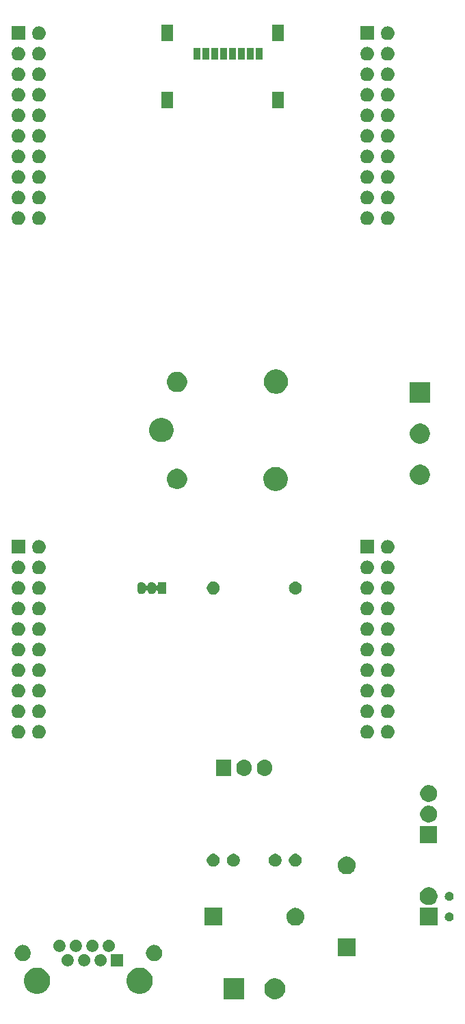
<source format=gbr>
G04 #@! TF.GenerationSoftware,KiCad,Pcbnew,5.0.1*
G04 #@! TF.CreationDate,2018-12-02T07:32:58+00:00*
G04 #@! TF.ProjectId,acnode-doorbot,61636E6F64652D646F6F72626F742E6B,rev?*
G04 #@! TF.SameCoordinates,Original*
G04 #@! TF.FileFunction,Soldermask,Top*
G04 #@! TF.FilePolarity,Negative*
%FSLAX46Y46*%
G04 Gerber Fmt 4.6, Leading zero omitted, Abs format (unit mm)*
G04 Created by KiCad (PCBNEW 5.0.1) date Sun Dec  2 07:32:58 2018*
%MOMM*%
%LPD*%
G01*
G04 APERTURE LIST*
%ADD10C,0.100000*%
G04 APERTURE END LIST*
D10*
G36*
X84199196Y-158769958D02*
X84435780Y-158867954D01*
X84648705Y-159010226D01*
X84829774Y-159191295D01*
X84972046Y-159404220D01*
X85070042Y-159640804D01*
X85120000Y-159891960D01*
X85120000Y-160148040D01*
X85070042Y-160399196D01*
X84972046Y-160635780D01*
X84829774Y-160848705D01*
X84648705Y-161029774D01*
X84435780Y-161172046D01*
X84199196Y-161270042D01*
X83948040Y-161320000D01*
X83691960Y-161320000D01*
X83440804Y-161270042D01*
X83204220Y-161172046D01*
X82991295Y-161029774D01*
X82810226Y-160848705D01*
X82667954Y-160635780D01*
X82569958Y-160399196D01*
X82520000Y-160148040D01*
X82520000Y-159891960D01*
X82569958Y-159640804D01*
X82667954Y-159404220D01*
X82810226Y-159191295D01*
X82991295Y-159010226D01*
X83204220Y-158867954D01*
X83440804Y-158769958D01*
X83691960Y-158720000D01*
X83948040Y-158720000D01*
X84199196Y-158769958D01*
X84199196Y-158769958D01*
G37*
G36*
X80040000Y-161320000D02*
X77440000Y-161320000D01*
X77440000Y-158720000D01*
X80040000Y-158720000D01*
X80040000Y-161320000D01*
X80040000Y-161320000D01*
G37*
G36*
X54853992Y-157467447D02*
X54853994Y-157467448D01*
X54853995Y-157467448D01*
X55149726Y-157589943D01*
X55149727Y-157589944D01*
X55415880Y-157767782D01*
X55642218Y-157994120D01*
X55642220Y-157994123D01*
X55820057Y-158260274D01*
X55942552Y-158556005D01*
X56005000Y-158869951D01*
X56005000Y-159190049D01*
X55942552Y-159503995D01*
X55820057Y-159799726D01*
X55820056Y-159799727D01*
X55642218Y-160065880D01*
X55415880Y-160292218D01*
X55415877Y-160292220D01*
X55149726Y-160470057D01*
X54853995Y-160592552D01*
X54853994Y-160592552D01*
X54853992Y-160592553D01*
X54540050Y-160655000D01*
X54219950Y-160655000D01*
X53906008Y-160592553D01*
X53906006Y-160592552D01*
X53906005Y-160592552D01*
X53610274Y-160470057D01*
X53344123Y-160292220D01*
X53344120Y-160292218D01*
X53117782Y-160065880D01*
X52939944Y-159799727D01*
X52939943Y-159799726D01*
X52817448Y-159503995D01*
X52755000Y-159190049D01*
X52755000Y-158869951D01*
X52817448Y-158556005D01*
X52939943Y-158260274D01*
X53117780Y-157994123D01*
X53117782Y-157994120D01*
X53344120Y-157767782D01*
X53610273Y-157589944D01*
X53610274Y-157589943D01*
X53906005Y-157467448D01*
X53906006Y-157467448D01*
X53906008Y-157467447D01*
X54219950Y-157405000D01*
X54540050Y-157405000D01*
X54853992Y-157467447D01*
X54853992Y-157467447D01*
G37*
G36*
X67553992Y-157467447D02*
X67553994Y-157467448D01*
X67553995Y-157467448D01*
X67849726Y-157589943D01*
X67849727Y-157589944D01*
X68115880Y-157767782D01*
X68342218Y-157994120D01*
X68342220Y-157994123D01*
X68520057Y-158260274D01*
X68642552Y-158556005D01*
X68705000Y-158869951D01*
X68705000Y-159190049D01*
X68642552Y-159503995D01*
X68520057Y-159799726D01*
X68520056Y-159799727D01*
X68342218Y-160065880D01*
X68115880Y-160292218D01*
X68115877Y-160292220D01*
X67849726Y-160470057D01*
X67553995Y-160592552D01*
X67553994Y-160592552D01*
X67553992Y-160592553D01*
X67240050Y-160655000D01*
X66919950Y-160655000D01*
X66606008Y-160592553D01*
X66606006Y-160592552D01*
X66606005Y-160592552D01*
X66310274Y-160470057D01*
X66044123Y-160292220D01*
X66044120Y-160292218D01*
X65817782Y-160065880D01*
X65639944Y-159799727D01*
X65639943Y-159799726D01*
X65517448Y-159503995D01*
X65455000Y-159190049D01*
X65455000Y-158869951D01*
X65517448Y-158556005D01*
X65639943Y-158260274D01*
X65817780Y-157994123D01*
X65817782Y-157994120D01*
X66044120Y-157767782D01*
X66310273Y-157589944D01*
X66310274Y-157589943D01*
X66606005Y-157467448D01*
X66606006Y-157467448D01*
X66606008Y-157467447D01*
X66919950Y-157405000D01*
X67240050Y-157405000D01*
X67553992Y-157467447D01*
X67553992Y-157467447D01*
G37*
G36*
X65040000Y-157240000D02*
X63540000Y-157240000D01*
X63540000Y-155740000D01*
X65040000Y-155740000D01*
X65040000Y-157240000D01*
X65040000Y-157240000D01*
G37*
G36*
X58316318Y-155754411D02*
X58388767Y-155768822D01*
X58445303Y-155792240D01*
X58525257Y-155825358D01*
X58648100Y-155907439D01*
X58752561Y-156011900D01*
X58834642Y-156134743D01*
X58891178Y-156271234D01*
X58920000Y-156416130D01*
X58920000Y-156563870D01*
X58891178Y-156708766D01*
X58834642Y-156845257D01*
X58752561Y-156968100D01*
X58648100Y-157072561D01*
X58525257Y-157154642D01*
X58445303Y-157187760D01*
X58388767Y-157211178D01*
X58316318Y-157225589D01*
X58243870Y-157240000D01*
X58096130Y-157240000D01*
X58023682Y-157225589D01*
X57951233Y-157211178D01*
X57894697Y-157187760D01*
X57814743Y-157154642D01*
X57691900Y-157072561D01*
X57587439Y-156968100D01*
X57505358Y-156845257D01*
X57448822Y-156708766D01*
X57420000Y-156563870D01*
X57420000Y-156416130D01*
X57448822Y-156271234D01*
X57505358Y-156134743D01*
X57587439Y-156011900D01*
X57691900Y-155907439D01*
X57814743Y-155825358D01*
X57894697Y-155792240D01*
X57951233Y-155768822D01*
X58023682Y-155754411D01*
X58096130Y-155740000D01*
X58243870Y-155740000D01*
X58316318Y-155754411D01*
X58316318Y-155754411D01*
G37*
G36*
X60356318Y-155754411D02*
X60428767Y-155768822D01*
X60485303Y-155792240D01*
X60565257Y-155825358D01*
X60688100Y-155907439D01*
X60792561Y-156011900D01*
X60874642Y-156134743D01*
X60931178Y-156271234D01*
X60960000Y-156416130D01*
X60960000Y-156563870D01*
X60931178Y-156708766D01*
X60874642Y-156845257D01*
X60792561Y-156968100D01*
X60688100Y-157072561D01*
X60565257Y-157154642D01*
X60485303Y-157187760D01*
X60428767Y-157211178D01*
X60356318Y-157225589D01*
X60283870Y-157240000D01*
X60136130Y-157240000D01*
X60063682Y-157225589D01*
X59991233Y-157211178D01*
X59934697Y-157187760D01*
X59854743Y-157154642D01*
X59731900Y-157072561D01*
X59627439Y-156968100D01*
X59545358Y-156845257D01*
X59488822Y-156708766D01*
X59460000Y-156563870D01*
X59460000Y-156416130D01*
X59488822Y-156271234D01*
X59545358Y-156134743D01*
X59627439Y-156011900D01*
X59731900Y-155907439D01*
X59854743Y-155825358D01*
X59934697Y-155792240D01*
X59991233Y-155768822D01*
X60063682Y-155754411D01*
X60136130Y-155740000D01*
X60283870Y-155740000D01*
X60356318Y-155754411D01*
X60356318Y-155754411D01*
G37*
G36*
X62396318Y-155754411D02*
X62468767Y-155768822D01*
X62525303Y-155792240D01*
X62605257Y-155825358D01*
X62728100Y-155907439D01*
X62832561Y-156011900D01*
X62914642Y-156134743D01*
X62971178Y-156271234D01*
X63000000Y-156416130D01*
X63000000Y-156563870D01*
X62971178Y-156708766D01*
X62914642Y-156845257D01*
X62832561Y-156968100D01*
X62728100Y-157072561D01*
X62605257Y-157154642D01*
X62525303Y-157187760D01*
X62468767Y-157211178D01*
X62396318Y-157225589D01*
X62323870Y-157240000D01*
X62176130Y-157240000D01*
X62103682Y-157225589D01*
X62031233Y-157211178D01*
X61974697Y-157187760D01*
X61894743Y-157154642D01*
X61771900Y-157072561D01*
X61667439Y-156968100D01*
X61585358Y-156845257D01*
X61528822Y-156708766D01*
X61500000Y-156563870D01*
X61500000Y-156416130D01*
X61528822Y-156271234D01*
X61585358Y-156134743D01*
X61667439Y-156011900D01*
X61771900Y-155907439D01*
X61894743Y-155825358D01*
X61974697Y-155792240D01*
X62031233Y-155768822D01*
X62103682Y-155754411D01*
X62176130Y-155740000D01*
X62323870Y-155740000D01*
X62396318Y-155754411D01*
X62396318Y-155754411D01*
G37*
G36*
X52775770Y-154615372D02*
X52891689Y-154638429D01*
X53073678Y-154713811D01*
X53237463Y-154823249D01*
X53376751Y-154962537D01*
X53486189Y-155126322D01*
X53561571Y-155308311D01*
X53574765Y-155374642D01*
X53600000Y-155501507D01*
X53600000Y-155698493D01*
X53584628Y-155775770D01*
X53561571Y-155891689D01*
X53486189Y-156073678D01*
X53376751Y-156237463D01*
X53237463Y-156376751D01*
X53073678Y-156486189D01*
X52891689Y-156561571D01*
X52775770Y-156584628D01*
X52698493Y-156600000D01*
X52501507Y-156600000D01*
X52424230Y-156584628D01*
X52308311Y-156561571D01*
X52126322Y-156486189D01*
X51962537Y-156376751D01*
X51823249Y-156237463D01*
X51713811Y-156073678D01*
X51638429Y-155891689D01*
X51615372Y-155775770D01*
X51600000Y-155698493D01*
X51600000Y-155501507D01*
X51625235Y-155374642D01*
X51638429Y-155308311D01*
X51713811Y-155126322D01*
X51823249Y-154962537D01*
X51962537Y-154823249D01*
X52126322Y-154713811D01*
X52308311Y-154638429D01*
X52424230Y-154615372D01*
X52501507Y-154600000D01*
X52698493Y-154600000D01*
X52775770Y-154615372D01*
X52775770Y-154615372D01*
G37*
G36*
X69035770Y-154615372D02*
X69151689Y-154638429D01*
X69333678Y-154713811D01*
X69497463Y-154823249D01*
X69636751Y-154962537D01*
X69746189Y-155126322D01*
X69821571Y-155308311D01*
X69834765Y-155374642D01*
X69860000Y-155501507D01*
X69860000Y-155698493D01*
X69844628Y-155775770D01*
X69821571Y-155891689D01*
X69746189Y-156073678D01*
X69636751Y-156237463D01*
X69497463Y-156376751D01*
X69333678Y-156486189D01*
X69151689Y-156561571D01*
X69035770Y-156584628D01*
X68958493Y-156600000D01*
X68761507Y-156600000D01*
X68684230Y-156584628D01*
X68568311Y-156561571D01*
X68386322Y-156486189D01*
X68222537Y-156376751D01*
X68083249Y-156237463D01*
X67973811Y-156073678D01*
X67898429Y-155891689D01*
X67875372Y-155775770D01*
X67860000Y-155698493D01*
X67860000Y-155501507D01*
X67885235Y-155374642D01*
X67898429Y-155308311D01*
X67973811Y-155126322D01*
X68083249Y-154962537D01*
X68222537Y-154823249D01*
X68386322Y-154713811D01*
X68568311Y-154638429D01*
X68684230Y-154615372D01*
X68761507Y-154600000D01*
X68958493Y-154600000D01*
X69035770Y-154615372D01*
X69035770Y-154615372D01*
G37*
G36*
X93810000Y-156040000D02*
X91610000Y-156040000D01*
X91610000Y-153840000D01*
X93810000Y-153840000D01*
X93810000Y-156040000D01*
X93810000Y-156040000D01*
G37*
G36*
X57296318Y-153974411D02*
X57368767Y-153988822D01*
X57425303Y-154012240D01*
X57505257Y-154045358D01*
X57628100Y-154127439D01*
X57732561Y-154231900D01*
X57814642Y-154354743D01*
X57871178Y-154491234D01*
X57900000Y-154636130D01*
X57900000Y-154783870D01*
X57871178Y-154928766D01*
X57814642Y-155065257D01*
X57732561Y-155188100D01*
X57628100Y-155292561D01*
X57505257Y-155374642D01*
X57425303Y-155407760D01*
X57368767Y-155431178D01*
X57296318Y-155445589D01*
X57223870Y-155460000D01*
X57076130Y-155460000D01*
X57003682Y-155445589D01*
X56931233Y-155431178D01*
X56874697Y-155407760D01*
X56794743Y-155374642D01*
X56671900Y-155292561D01*
X56567439Y-155188100D01*
X56485358Y-155065257D01*
X56428822Y-154928766D01*
X56400000Y-154783870D01*
X56400000Y-154636130D01*
X56428822Y-154491234D01*
X56485358Y-154354743D01*
X56567439Y-154231900D01*
X56671900Y-154127439D01*
X56794743Y-154045358D01*
X56874697Y-154012240D01*
X56931233Y-153988822D01*
X57003682Y-153974411D01*
X57076130Y-153960000D01*
X57223870Y-153960000D01*
X57296318Y-153974411D01*
X57296318Y-153974411D01*
G37*
G36*
X61376318Y-153974411D02*
X61448767Y-153988822D01*
X61505303Y-154012240D01*
X61585257Y-154045358D01*
X61708100Y-154127439D01*
X61812561Y-154231900D01*
X61894642Y-154354743D01*
X61951178Y-154491234D01*
X61980000Y-154636130D01*
X61980000Y-154783870D01*
X61951178Y-154928766D01*
X61894642Y-155065257D01*
X61812561Y-155188100D01*
X61708100Y-155292561D01*
X61585257Y-155374642D01*
X61505303Y-155407760D01*
X61448767Y-155431178D01*
X61376318Y-155445589D01*
X61303870Y-155460000D01*
X61156130Y-155460000D01*
X61083682Y-155445589D01*
X61011233Y-155431178D01*
X60954697Y-155407760D01*
X60874743Y-155374642D01*
X60751900Y-155292561D01*
X60647439Y-155188100D01*
X60565358Y-155065257D01*
X60508822Y-154928766D01*
X60480000Y-154783870D01*
X60480000Y-154636130D01*
X60508822Y-154491234D01*
X60565358Y-154354743D01*
X60647439Y-154231900D01*
X60751900Y-154127439D01*
X60874743Y-154045358D01*
X60954697Y-154012240D01*
X61011233Y-153988822D01*
X61083682Y-153974411D01*
X61156130Y-153960000D01*
X61303870Y-153960000D01*
X61376318Y-153974411D01*
X61376318Y-153974411D01*
G37*
G36*
X59336318Y-153974411D02*
X59408767Y-153988822D01*
X59465303Y-154012240D01*
X59545257Y-154045358D01*
X59668100Y-154127439D01*
X59772561Y-154231900D01*
X59854642Y-154354743D01*
X59911178Y-154491234D01*
X59940000Y-154636130D01*
X59940000Y-154783870D01*
X59911178Y-154928766D01*
X59854642Y-155065257D01*
X59772561Y-155188100D01*
X59668100Y-155292561D01*
X59545257Y-155374642D01*
X59465303Y-155407760D01*
X59408767Y-155431178D01*
X59336318Y-155445589D01*
X59263870Y-155460000D01*
X59116130Y-155460000D01*
X59043682Y-155445589D01*
X58971233Y-155431178D01*
X58914697Y-155407760D01*
X58834743Y-155374642D01*
X58711900Y-155292561D01*
X58607439Y-155188100D01*
X58525358Y-155065257D01*
X58468822Y-154928766D01*
X58440000Y-154783870D01*
X58440000Y-154636130D01*
X58468822Y-154491234D01*
X58525358Y-154354743D01*
X58607439Y-154231900D01*
X58711900Y-154127439D01*
X58834743Y-154045358D01*
X58914697Y-154012240D01*
X58971233Y-153988822D01*
X59043682Y-153974411D01*
X59116130Y-153960000D01*
X59263870Y-153960000D01*
X59336318Y-153974411D01*
X59336318Y-153974411D01*
G37*
G36*
X63416318Y-153974411D02*
X63488767Y-153988822D01*
X63545303Y-154012240D01*
X63625257Y-154045358D01*
X63748100Y-154127439D01*
X63852561Y-154231900D01*
X63934642Y-154354743D01*
X63991178Y-154491234D01*
X64020000Y-154636130D01*
X64020000Y-154783870D01*
X63991178Y-154928766D01*
X63934642Y-155065257D01*
X63852561Y-155188100D01*
X63748100Y-155292561D01*
X63625257Y-155374642D01*
X63545303Y-155407760D01*
X63488767Y-155431178D01*
X63416318Y-155445589D01*
X63343870Y-155460000D01*
X63196130Y-155460000D01*
X63123682Y-155445589D01*
X63051233Y-155431178D01*
X62994697Y-155407760D01*
X62914743Y-155374642D01*
X62791900Y-155292561D01*
X62687439Y-155188100D01*
X62605358Y-155065257D01*
X62548822Y-154928766D01*
X62520000Y-154783870D01*
X62520000Y-154636130D01*
X62548822Y-154491234D01*
X62605358Y-154354743D01*
X62687439Y-154231900D01*
X62791900Y-154127439D01*
X62914743Y-154045358D01*
X62994697Y-154012240D01*
X63051233Y-153988822D01*
X63123682Y-153974411D01*
X63196130Y-153960000D01*
X63343870Y-153960000D01*
X63416318Y-153974411D01*
X63416318Y-153974411D01*
G37*
G36*
X86575639Y-150045916D02*
X86782986Y-150108815D01*
X86782988Y-150108816D01*
X86974084Y-150210958D01*
X87141581Y-150348419D01*
X87279042Y-150515916D01*
X87378926Y-150702787D01*
X87381185Y-150707014D01*
X87444084Y-150914361D01*
X87465322Y-151130000D01*
X87449522Y-151290429D01*
X87444084Y-151345638D01*
X87381184Y-151552988D01*
X87279042Y-151744084D01*
X87141581Y-151911581D01*
X86974084Y-152049042D01*
X86782988Y-152151184D01*
X86782986Y-152151185D01*
X86575639Y-152214084D01*
X86414038Y-152230000D01*
X86305962Y-152230000D01*
X86144361Y-152214084D01*
X85937014Y-152151185D01*
X85937012Y-152151184D01*
X85745916Y-152049042D01*
X85578419Y-151911581D01*
X85440958Y-151744084D01*
X85338816Y-151552988D01*
X85275916Y-151345638D01*
X85270479Y-151290429D01*
X85254678Y-151130000D01*
X85275916Y-150914361D01*
X85338815Y-150707014D01*
X85341074Y-150702787D01*
X85440958Y-150515916D01*
X85578419Y-150348419D01*
X85745916Y-150210958D01*
X85937012Y-150108816D01*
X85937014Y-150108815D01*
X86144361Y-150045916D01*
X86305962Y-150030000D01*
X86414038Y-150030000D01*
X86575639Y-150045916D01*
X86575639Y-150045916D01*
G37*
G36*
X77300000Y-152230000D02*
X75100000Y-152230000D01*
X75100000Y-150030000D01*
X77300000Y-150030000D01*
X77300000Y-152230000D01*
X77300000Y-152230000D01*
G37*
G36*
X103970000Y-152230000D02*
X101770000Y-152230000D01*
X101770000Y-150030000D01*
X103970000Y-150030000D01*
X103970000Y-152230000D01*
X103970000Y-152230000D01*
G37*
G36*
X105499590Y-150587045D02*
X105570429Y-150601136D01*
X105670523Y-150642597D01*
X105760607Y-150702789D01*
X105837211Y-150779393D01*
X105837213Y-150779396D01*
X105897403Y-150869477D01*
X105938864Y-150969571D01*
X105960000Y-151075830D01*
X105960000Y-151184170D01*
X105938864Y-151290429D01*
X105915995Y-151345638D01*
X105897403Y-151390523D01*
X105837211Y-151480607D01*
X105760607Y-151557211D01*
X105760604Y-151557213D01*
X105670523Y-151617403D01*
X105570429Y-151658864D01*
X105499590Y-151672955D01*
X105464171Y-151680000D01*
X105355829Y-151680000D01*
X105320410Y-151672955D01*
X105249571Y-151658864D01*
X105149477Y-151617403D01*
X105059396Y-151557213D01*
X105059393Y-151557211D01*
X104982789Y-151480607D01*
X104922597Y-151390523D01*
X104904005Y-151345638D01*
X104881136Y-151290429D01*
X104860000Y-151184170D01*
X104860000Y-151075830D01*
X104881136Y-150969571D01*
X104922597Y-150869477D01*
X104982787Y-150779396D01*
X104982789Y-150779393D01*
X105059393Y-150702789D01*
X105149477Y-150642597D01*
X105249571Y-150601136D01*
X105320410Y-150587045D01*
X105355829Y-150580000D01*
X105464171Y-150580000D01*
X105499590Y-150587045D01*
X105499590Y-150587045D01*
G37*
G36*
X103190857Y-147532272D02*
X103391042Y-147615191D01*
X103571213Y-147735578D01*
X103724422Y-147888787D01*
X103844809Y-148068958D01*
X103927728Y-148269143D01*
X103970000Y-148481658D01*
X103970000Y-148698342D01*
X103927728Y-148910857D01*
X103844809Y-149111042D01*
X103724422Y-149291213D01*
X103571213Y-149444422D01*
X103391042Y-149564809D01*
X103190857Y-149647728D01*
X102978342Y-149690000D01*
X102761658Y-149690000D01*
X102549143Y-149647728D01*
X102348958Y-149564809D01*
X102168787Y-149444422D01*
X102015578Y-149291213D01*
X101895191Y-149111042D01*
X101812272Y-148910857D01*
X101770000Y-148698342D01*
X101770000Y-148481658D01*
X101812272Y-148269143D01*
X101895191Y-148068958D01*
X102015578Y-147888787D01*
X102168787Y-147735578D01*
X102348958Y-147615191D01*
X102549143Y-147532272D01*
X102761658Y-147490000D01*
X102978342Y-147490000D01*
X103190857Y-147532272D01*
X103190857Y-147532272D01*
G37*
G36*
X105499590Y-148047045D02*
X105570429Y-148061136D01*
X105670523Y-148102597D01*
X105760607Y-148162789D01*
X105837211Y-148239393D01*
X105837213Y-148239396D01*
X105897403Y-148329477D01*
X105938864Y-148429571D01*
X105960000Y-148535830D01*
X105960000Y-148644170D01*
X105938864Y-148750429D01*
X105897403Y-148850523D01*
X105837211Y-148940607D01*
X105760607Y-149017211D01*
X105760604Y-149017213D01*
X105670523Y-149077403D01*
X105570429Y-149118864D01*
X105499590Y-149132955D01*
X105464171Y-149140000D01*
X105355829Y-149140000D01*
X105320410Y-149132955D01*
X105249571Y-149118864D01*
X105149477Y-149077403D01*
X105059396Y-149017213D01*
X105059393Y-149017211D01*
X104982789Y-148940607D01*
X104922597Y-148850523D01*
X104881136Y-148750429D01*
X104860000Y-148644170D01*
X104860000Y-148535830D01*
X104881136Y-148429571D01*
X104922597Y-148329477D01*
X104982787Y-148239396D01*
X104982789Y-148239393D01*
X105059393Y-148162789D01*
X105149477Y-148102597D01*
X105249571Y-148061136D01*
X105320410Y-148047045D01*
X105355829Y-148040000D01*
X105464171Y-148040000D01*
X105499590Y-148047045D01*
X105499590Y-148047045D01*
G37*
G36*
X92925639Y-143695916D02*
X93132986Y-143758815D01*
X93132988Y-143758816D01*
X93324084Y-143860958D01*
X93491581Y-143998419D01*
X93629042Y-144165916D01*
X93731184Y-144357012D01*
X93731185Y-144357014D01*
X93781823Y-144523942D01*
X93794084Y-144564362D01*
X93815322Y-144780000D01*
X93794084Y-144995638D01*
X93731184Y-145202988D01*
X93629042Y-145394084D01*
X93491581Y-145561581D01*
X93324084Y-145699042D01*
X93132988Y-145801184D01*
X93132986Y-145801185D01*
X92925639Y-145864084D01*
X92764038Y-145880000D01*
X92655962Y-145880000D01*
X92494361Y-145864084D01*
X92287014Y-145801185D01*
X92287012Y-145801184D01*
X92095916Y-145699042D01*
X91928419Y-145561581D01*
X91790958Y-145394084D01*
X91688816Y-145202988D01*
X91625916Y-144995638D01*
X91604678Y-144780000D01*
X91625916Y-144564362D01*
X91638177Y-144523942D01*
X91688815Y-144357014D01*
X91688816Y-144357012D01*
X91790958Y-144165916D01*
X91928419Y-143998419D01*
X92095916Y-143860958D01*
X92287012Y-143758816D01*
X92287014Y-143758815D01*
X92494361Y-143695916D01*
X92655962Y-143680000D01*
X92764038Y-143680000D01*
X92925639Y-143695916D01*
X92925639Y-143695916D01*
G37*
G36*
X86593352Y-143375743D02*
X86738941Y-143436048D01*
X86869973Y-143523601D01*
X86981399Y-143635027D01*
X87068952Y-143766059D01*
X87129257Y-143911648D01*
X87160000Y-144066205D01*
X87160000Y-144223795D01*
X87129257Y-144378352D01*
X87068952Y-144523941D01*
X86981399Y-144654973D01*
X86869973Y-144766399D01*
X86738941Y-144853952D01*
X86593352Y-144914257D01*
X86438795Y-144945000D01*
X86281205Y-144945000D01*
X86126648Y-144914257D01*
X85981059Y-144853952D01*
X85850027Y-144766399D01*
X85738601Y-144654973D01*
X85651048Y-144523941D01*
X85590743Y-144378352D01*
X85560000Y-144223795D01*
X85560000Y-144066205D01*
X85590743Y-143911648D01*
X85651048Y-143766059D01*
X85738601Y-143635027D01*
X85850027Y-143523601D01*
X85981059Y-143436048D01*
X86126648Y-143375743D01*
X86281205Y-143345000D01*
X86438795Y-143345000D01*
X86593352Y-143375743D01*
X86593352Y-143375743D01*
G37*
G36*
X84093352Y-143375743D02*
X84238941Y-143436048D01*
X84369973Y-143523601D01*
X84481399Y-143635027D01*
X84568952Y-143766059D01*
X84629257Y-143911648D01*
X84660000Y-144066205D01*
X84660000Y-144223795D01*
X84629257Y-144378352D01*
X84568952Y-144523941D01*
X84481399Y-144654973D01*
X84369973Y-144766399D01*
X84238941Y-144853952D01*
X84093352Y-144914257D01*
X83938795Y-144945000D01*
X83781205Y-144945000D01*
X83626648Y-144914257D01*
X83481059Y-144853952D01*
X83350027Y-144766399D01*
X83238601Y-144654973D01*
X83151048Y-144523941D01*
X83090743Y-144378352D01*
X83060000Y-144223795D01*
X83060000Y-144066205D01*
X83090743Y-143911648D01*
X83151048Y-143766059D01*
X83238601Y-143635027D01*
X83350027Y-143523601D01*
X83481059Y-143436048D01*
X83626648Y-143375743D01*
X83781205Y-143345000D01*
X83938795Y-143345000D01*
X84093352Y-143375743D01*
X84093352Y-143375743D01*
G37*
G36*
X78933352Y-143375743D02*
X79078941Y-143436048D01*
X79209973Y-143523601D01*
X79321399Y-143635027D01*
X79408952Y-143766059D01*
X79469257Y-143911648D01*
X79500000Y-144066205D01*
X79500000Y-144223795D01*
X79469257Y-144378352D01*
X79408952Y-144523941D01*
X79321399Y-144654973D01*
X79209973Y-144766399D01*
X79078941Y-144853952D01*
X78933352Y-144914257D01*
X78778795Y-144945000D01*
X78621205Y-144945000D01*
X78466648Y-144914257D01*
X78321059Y-144853952D01*
X78190027Y-144766399D01*
X78078601Y-144654973D01*
X77991048Y-144523941D01*
X77930743Y-144378352D01*
X77900000Y-144223795D01*
X77900000Y-144066205D01*
X77930743Y-143911648D01*
X77991048Y-143766059D01*
X78078601Y-143635027D01*
X78190027Y-143523601D01*
X78321059Y-143436048D01*
X78466648Y-143375743D01*
X78621205Y-143345000D01*
X78778795Y-143345000D01*
X78933352Y-143375743D01*
X78933352Y-143375743D01*
G37*
G36*
X76433352Y-143375743D02*
X76578941Y-143436048D01*
X76709973Y-143523601D01*
X76821399Y-143635027D01*
X76908952Y-143766059D01*
X76969257Y-143911648D01*
X77000000Y-144066205D01*
X77000000Y-144223795D01*
X76969257Y-144378352D01*
X76908952Y-144523941D01*
X76821399Y-144654973D01*
X76709973Y-144766399D01*
X76578941Y-144853952D01*
X76433352Y-144914257D01*
X76278795Y-144945000D01*
X76121205Y-144945000D01*
X75966648Y-144914257D01*
X75821059Y-144853952D01*
X75690027Y-144766399D01*
X75578601Y-144654973D01*
X75491048Y-144523941D01*
X75430743Y-144378352D01*
X75400000Y-144223795D01*
X75400000Y-144066205D01*
X75430743Y-143911648D01*
X75491048Y-143766059D01*
X75578601Y-143635027D01*
X75690027Y-143523601D01*
X75821059Y-143436048D01*
X75966648Y-143375743D01*
X76121205Y-143345000D01*
X76278795Y-143345000D01*
X76433352Y-143375743D01*
X76433352Y-143375743D01*
G37*
G36*
X103920000Y-142020000D02*
X101820000Y-142020000D01*
X101820000Y-139920000D01*
X103920000Y-139920000D01*
X103920000Y-142020000D01*
X103920000Y-142020000D01*
G37*
G36*
X102995888Y-137384470D02*
X103176274Y-137420350D01*
X103367362Y-137499502D01*
X103539336Y-137614411D01*
X103685589Y-137760664D01*
X103800498Y-137932638D01*
X103879650Y-138123726D01*
X103920000Y-138326584D01*
X103920000Y-138533416D01*
X103879650Y-138736274D01*
X103800498Y-138927362D01*
X103685589Y-139099336D01*
X103539336Y-139245589D01*
X103367362Y-139360498D01*
X103176274Y-139439650D01*
X102995888Y-139475530D01*
X102973417Y-139480000D01*
X102766583Y-139480000D01*
X102744112Y-139475530D01*
X102563726Y-139439650D01*
X102372638Y-139360498D01*
X102200664Y-139245589D01*
X102054411Y-139099336D01*
X101939502Y-138927362D01*
X101860350Y-138736274D01*
X101820000Y-138533416D01*
X101820000Y-138326584D01*
X101860350Y-138123726D01*
X101939502Y-137932638D01*
X102054411Y-137760664D01*
X102200664Y-137614411D01*
X102372638Y-137499502D01*
X102563726Y-137420350D01*
X102744112Y-137384470D01*
X102766583Y-137380000D01*
X102973417Y-137380000D01*
X102995888Y-137384470D01*
X102995888Y-137384470D01*
G37*
G36*
X102995888Y-134844470D02*
X103176274Y-134880350D01*
X103367362Y-134959502D01*
X103539336Y-135074411D01*
X103685589Y-135220664D01*
X103800498Y-135392638D01*
X103879650Y-135583726D01*
X103920000Y-135786584D01*
X103920000Y-135993416D01*
X103879650Y-136196274D01*
X103800498Y-136387362D01*
X103685589Y-136559336D01*
X103539336Y-136705589D01*
X103367362Y-136820498D01*
X103176274Y-136899650D01*
X102995888Y-136935530D01*
X102973417Y-136940000D01*
X102766583Y-136940000D01*
X102744112Y-136935530D01*
X102563726Y-136899650D01*
X102372638Y-136820498D01*
X102200664Y-136705589D01*
X102054411Y-136559336D01*
X101939502Y-136387362D01*
X101860350Y-136196274D01*
X101820000Y-135993416D01*
X101820000Y-135786584D01*
X101860350Y-135583726D01*
X101939502Y-135392638D01*
X102054411Y-135220664D01*
X102200664Y-135074411D01*
X102372638Y-134959502D01*
X102563726Y-134880350D01*
X102744112Y-134844470D01*
X102766583Y-134840000D01*
X102973417Y-134840000D01*
X102995888Y-134844470D01*
X102995888Y-134844470D01*
G37*
G36*
X80196723Y-131728782D02*
X80376268Y-131783247D01*
X80541741Y-131871693D01*
X80686778Y-131990722D01*
X80805807Y-132135759D01*
X80894253Y-132301231D01*
X80948718Y-132480776D01*
X80962500Y-132620711D01*
X80962500Y-132809288D01*
X80948718Y-132949223D01*
X80894253Y-133128768D01*
X80805807Y-133294241D01*
X80686778Y-133439278D01*
X80541741Y-133558307D01*
X80376269Y-133646753D01*
X80196724Y-133701218D01*
X80010000Y-133719608D01*
X79823277Y-133701218D01*
X79643732Y-133646753D01*
X79478264Y-133558309D01*
X79478263Y-133558308D01*
X79478259Y-133558306D01*
X79333222Y-133439278D01*
X79333221Y-133439276D01*
X79333219Y-133439275D01*
X79214193Y-133294241D01*
X79125747Y-133128769D01*
X79071282Y-132949224D01*
X79057500Y-132809289D01*
X79057500Y-132620712D01*
X79071282Y-132480777D01*
X79125747Y-132301232D01*
X79214193Y-132135759D01*
X79333222Y-131990722D01*
X79478259Y-131871693D01*
X79643731Y-131783247D01*
X79823276Y-131728782D01*
X80010000Y-131710392D01*
X80196723Y-131728782D01*
X80196723Y-131728782D01*
G37*
G36*
X82736723Y-131728782D02*
X82916268Y-131783247D01*
X83081741Y-131871693D01*
X83226778Y-131990722D01*
X83345807Y-132135759D01*
X83434253Y-132301231D01*
X83488718Y-132480776D01*
X83502500Y-132620711D01*
X83502500Y-132809288D01*
X83488718Y-132949223D01*
X83434253Y-133128768D01*
X83345807Y-133294241D01*
X83226778Y-133439278D01*
X83081741Y-133558307D01*
X82916269Y-133646753D01*
X82736724Y-133701218D01*
X82550000Y-133719608D01*
X82363277Y-133701218D01*
X82183732Y-133646753D01*
X82018264Y-133558309D01*
X82018263Y-133558308D01*
X82018259Y-133558306D01*
X81873222Y-133439278D01*
X81873221Y-133439276D01*
X81873219Y-133439275D01*
X81754193Y-133294241D01*
X81665747Y-133128769D01*
X81611282Y-132949224D01*
X81597500Y-132809289D01*
X81597500Y-132620712D01*
X81611282Y-132480777D01*
X81665747Y-132301232D01*
X81754193Y-132135759D01*
X81873222Y-131990722D01*
X82018259Y-131871693D01*
X82183731Y-131783247D01*
X82363276Y-131728782D01*
X82550000Y-131710392D01*
X82736723Y-131728782D01*
X82736723Y-131728782D01*
G37*
G36*
X78422500Y-133715000D02*
X76517500Y-133715000D01*
X76517500Y-131715000D01*
X78422500Y-131715000D01*
X78422500Y-133715000D01*
X78422500Y-133715000D01*
G37*
G36*
X54776630Y-127432299D02*
X54936855Y-127480903D01*
X55084520Y-127559831D01*
X55213949Y-127666051D01*
X55320169Y-127795480D01*
X55399097Y-127943145D01*
X55447701Y-128103370D01*
X55464112Y-128270000D01*
X55447701Y-128436630D01*
X55399097Y-128596855D01*
X55320169Y-128744520D01*
X55213949Y-128873949D01*
X55084520Y-128980169D01*
X54936855Y-129059097D01*
X54776630Y-129107701D01*
X54651752Y-129120000D01*
X54568248Y-129120000D01*
X54443370Y-129107701D01*
X54283145Y-129059097D01*
X54135480Y-128980169D01*
X54006051Y-128873949D01*
X53899831Y-128744520D01*
X53820903Y-128596855D01*
X53772299Y-128436630D01*
X53755888Y-128270000D01*
X53772299Y-128103370D01*
X53820903Y-127943145D01*
X53899831Y-127795480D01*
X54006051Y-127666051D01*
X54135480Y-127559831D01*
X54283145Y-127480903D01*
X54443370Y-127432299D01*
X54568248Y-127420000D01*
X54651752Y-127420000D01*
X54776630Y-127432299D01*
X54776630Y-127432299D01*
G37*
G36*
X95416630Y-127432299D02*
X95576855Y-127480903D01*
X95724520Y-127559831D01*
X95853949Y-127666051D01*
X95960169Y-127795480D01*
X96039097Y-127943145D01*
X96087701Y-128103370D01*
X96104112Y-128270000D01*
X96087701Y-128436630D01*
X96039097Y-128596855D01*
X95960169Y-128744520D01*
X95853949Y-128873949D01*
X95724520Y-128980169D01*
X95576855Y-129059097D01*
X95416630Y-129107701D01*
X95291752Y-129120000D01*
X95208248Y-129120000D01*
X95083370Y-129107701D01*
X94923145Y-129059097D01*
X94775480Y-128980169D01*
X94646051Y-128873949D01*
X94539831Y-128744520D01*
X94460903Y-128596855D01*
X94412299Y-128436630D01*
X94395888Y-128270000D01*
X94412299Y-128103370D01*
X94460903Y-127943145D01*
X94539831Y-127795480D01*
X94646051Y-127666051D01*
X94775480Y-127559831D01*
X94923145Y-127480903D01*
X95083370Y-127432299D01*
X95208248Y-127420000D01*
X95291752Y-127420000D01*
X95416630Y-127432299D01*
X95416630Y-127432299D01*
G37*
G36*
X52236630Y-127432299D02*
X52396855Y-127480903D01*
X52544520Y-127559831D01*
X52673949Y-127666051D01*
X52780169Y-127795480D01*
X52859097Y-127943145D01*
X52907701Y-128103370D01*
X52924112Y-128270000D01*
X52907701Y-128436630D01*
X52859097Y-128596855D01*
X52780169Y-128744520D01*
X52673949Y-128873949D01*
X52544520Y-128980169D01*
X52396855Y-129059097D01*
X52236630Y-129107701D01*
X52111752Y-129120000D01*
X52028248Y-129120000D01*
X51903370Y-129107701D01*
X51743145Y-129059097D01*
X51595480Y-128980169D01*
X51466051Y-128873949D01*
X51359831Y-128744520D01*
X51280903Y-128596855D01*
X51232299Y-128436630D01*
X51215888Y-128270000D01*
X51232299Y-128103370D01*
X51280903Y-127943145D01*
X51359831Y-127795480D01*
X51466051Y-127666051D01*
X51595480Y-127559831D01*
X51743145Y-127480903D01*
X51903370Y-127432299D01*
X52028248Y-127420000D01*
X52111752Y-127420000D01*
X52236630Y-127432299D01*
X52236630Y-127432299D01*
G37*
G36*
X97956630Y-127432299D02*
X98116855Y-127480903D01*
X98264520Y-127559831D01*
X98393949Y-127666051D01*
X98500169Y-127795480D01*
X98579097Y-127943145D01*
X98627701Y-128103370D01*
X98644112Y-128270000D01*
X98627701Y-128436630D01*
X98579097Y-128596855D01*
X98500169Y-128744520D01*
X98393949Y-128873949D01*
X98264520Y-128980169D01*
X98116855Y-129059097D01*
X97956630Y-129107701D01*
X97831752Y-129120000D01*
X97748248Y-129120000D01*
X97623370Y-129107701D01*
X97463145Y-129059097D01*
X97315480Y-128980169D01*
X97186051Y-128873949D01*
X97079831Y-128744520D01*
X97000903Y-128596855D01*
X96952299Y-128436630D01*
X96935888Y-128270000D01*
X96952299Y-128103370D01*
X97000903Y-127943145D01*
X97079831Y-127795480D01*
X97186051Y-127666051D01*
X97315480Y-127559831D01*
X97463145Y-127480903D01*
X97623370Y-127432299D01*
X97748248Y-127420000D01*
X97831752Y-127420000D01*
X97956630Y-127432299D01*
X97956630Y-127432299D01*
G37*
G36*
X54776630Y-124892299D02*
X54936855Y-124940903D01*
X55084520Y-125019831D01*
X55213949Y-125126051D01*
X55320169Y-125255480D01*
X55399097Y-125403145D01*
X55447701Y-125563370D01*
X55464112Y-125730000D01*
X55447701Y-125896630D01*
X55399097Y-126056855D01*
X55320169Y-126204520D01*
X55213949Y-126333949D01*
X55084520Y-126440169D01*
X54936855Y-126519097D01*
X54776630Y-126567701D01*
X54651752Y-126580000D01*
X54568248Y-126580000D01*
X54443370Y-126567701D01*
X54283145Y-126519097D01*
X54135480Y-126440169D01*
X54006051Y-126333949D01*
X53899831Y-126204520D01*
X53820903Y-126056855D01*
X53772299Y-125896630D01*
X53755888Y-125730000D01*
X53772299Y-125563370D01*
X53820903Y-125403145D01*
X53899831Y-125255480D01*
X54006051Y-125126051D01*
X54135480Y-125019831D01*
X54283145Y-124940903D01*
X54443370Y-124892299D01*
X54568248Y-124880000D01*
X54651752Y-124880000D01*
X54776630Y-124892299D01*
X54776630Y-124892299D01*
G37*
G36*
X52236630Y-124892299D02*
X52396855Y-124940903D01*
X52544520Y-125019831D01*
X52673949Y-125126051D01*
X52780169Y-125255480D01*
X52859097Y-125403145D01*
X52907701Y-125563370D01*
X52924112Y-125730000D01*
X52907701Y-125896630D01*
X52859097Y-126056855D01*
X52780169Y-126204520D01*
X52673949Y-126333949D01*
X52544520Y-126440169D01*
X52396855Y-126519097D01*
X52236630Y-126567701D01*
X52111752Y-126580000D01*
X52028248Y-126580000D01*
X51903370Y-126567701D01*
X51743145Y-126519097D01*
X51595480Y-126440169D01*
X51466051Y-126333949D01*
X51359831Y-126204520D01*
X51280903Y-126056855D01*
X51232299Y-125896630D01*
X51215888Y-125730000D01*
X51232299Y-125563370D01*
X51280903Y-125403145D01*
X51359831Y-125255480D01*
X51466051Y-125126051D01*
X51595480Y-125019831D01*
X51743145Y-124940903D01*
X51903370Y-124892299D01*
X52028248Y-124880000D01*
X52111752Y-124880000D01*
X52236630Y-124892299D01*
X52236630Y-124892299D01*
G37*
G36*
X97956630Y-124892299D02*
X98116855Y-124940903D01*
X98264520Y-125019831D01*
X98393949Y-125126051D01*
X98500169Y-125255480D01*
X98579097Y-125403145D01*
X98627701Y-125563370D01*
X98644112Y-125730000D01*
X98627701Y-125896630D01*
X98579097Y-126056855D01*
X98500169Y-126204520D01*
X98393949Y-126333949D01*
X98264520Y-126440169D01*
X98116855Y-126519097D01*
X97956630Y-126567701D01*
X97831752Y-126580000D01*
X97748248Y-126580000D01*
X97623370Y-126567701D01*
X97463145Y-126519097D01*
X97315480Y-126440169D01*
X97186051Y-126333949D01*
X97079831Y-126204520D01*
X97000903Y-126056855D01*
X96952299Y-125896630D01*
X96935888Y-125730000D01*
X96952299Y-125563370D01*
X97000903Y-125403145D01*
X97079831Y-125255480D01*
X97186051Y-125126051D01*
X97315480Y-125019831D01*
X97463145Y-124940903D01*
X97623370Y-124892299D01*
X97748248Y-124880000D01*
X97831752Y-124880000D01*
X97956630Y-124892299D01*
X97956630Y-124892299D01*
G37*
G36*
X95416630Y-124892299D02*
X95576855Y-124940903D01*
X95724520Y-125019831D01*
X95853949Y-125126051D01*
X95960169Y-125255480D01*
X96039097Y-125403145D01*
X96087701Y-125563370D01*
X96104112Y-125730000D01*
X96087701Y-125896630D01*
X96039097Y-126056855D01*
X95960169Y-126204520D01*
X95853949Y-126333949D01*
X95724520Y-126440169D01*
X95576855Y-126519097D01*
X95416630Y-126567701D01*
X95291752Y-126580000D01*
X95208248Y-126580000D01*
X95083370Y-126567701D01*
X94923145Y-126519097D01*
X94775480Y-126440169D01*
X94646051Y-126333949D01*
X94539831Y-126204520D01*
X94460903Y-126056855D01*
X94412299Y-125896630D01*
X94395888Y-125730000D01*
X94412299Y-125563370D01*
X94460903Y-125403145D01*
X94539831Y-125255480D01*
X94646051Y-125126051D01*
X94775480Y-125019831D01*
X94923145Y-124940903D01*
X95083370Y-124892299D01*
X95208248Y-124880000D01*
X95291752Y-124880000D01*
X95416630Y-124892299D01*
X95416630Y-124892299D01*
G37*
G36*
X52236630Y-122352299D02*
X52396855Y-122400903D01*
X52544520Y-122479831D01*
X52673949Y-122586051D01*
X52780169Y-122715480D01*
X52859097Y-122863145D01*
X52907701Y-123023370D01*
X52924112Y-123190000D01*
X52907701Y-123356630D01*
X52859097Y-123516855D01*
X52780169Y-123664520D01*
X52673949Y-123793949D01*
X52544520Y-123900169D01*
X52396855Y-123979097D01*
X52236630Y-124027701D01*
X52111752Y-124040000D01*
X52028248Y-124040000D01*
X51903370Y-124027701D01*
X51743145Y-123979097D01*
X51595480Y-123900169D01*
X51466051Y-123793949D01*
X51359831Y-123664520D01*
X51280903Y-123516855D01*
X51232299Y-123356630D01*
X51215888Y-123190000D01*
X51232299Y-123023370D01*
X51280903Y-122863145D01*
X51359831Y-122715480D01*
X51466051Y-122586051D01*
X51595480Y-122479831D01*
X51743145Y-122400903D01*
X51903370Y-122352299D01*
X52028248Y-122340000D01*
X52111752Y-122340000D01*
X52236630Y-122352299D01*
X52236630Y-122352299D01*
G37*
G36*
X97956630Y-122352299D02*
X98116855Y-122400903D01*
X98264520Y-122479831D01*
X98393949Y-122586051D01*
X98500169Y-122715480D01*
X98579097Y-122863145D01*
X98627701Y-123023370D01*
X98644112Y-123190000D01*
X98627701Y-123356630D01*
X98579097Y-123516855D01*
X98500169Y-123664520D01*
X98393949Y-123793949D01*
X98264520Y-123900169D01*
X98116855Y-123979097D01*
X97956630Y-124027701D01*
X97831752Y-124040000D01*
X97748248Y-124040000D01*
X97623370Y-124027701D01*
X97463145Y-123979097D01*
X97315480Y-123900169D01*
X97186051Y-123793949D01*
X97079831Y-123664520D01*
X97000903Y-123516855D01*
X96952299Y-123356630D01*
X96935888Y-123190000D01*
X96952299Y-123023370D01*
X97000903Y-122863145D01*
X97079831Y-122715480D01*
X97186051Y-122586051D01*
X97315480Y-122479831D01*
X97463145Y-122400903D01*
X97623370Y-122352299D01*
X97748248Y-122340000D01*
X97831752Y-122340000D01*
X97956630Y-122352299D01*
X97956630Y-122352299D01*
G37*
G36*
X95416630Y-122352299D02*
X95576855Y-122400903D01*
X95724520Y-122479831D01*
X95853949Y-122586051D01*
X95960169Y-122715480D01*
X96039097Y-122863145D01*
X96087701Y-123023370D01*
X96104112Y-123190000D01*
X96087701Y-123356630D01*
X96039097Y-123516855D01*
X95960169Y-123664520D01*
X95853949Y-123793949D01*
X95724520Y-123900169D01*
X95576855Y-123979097D01*
X95416630Y-124027701D01*
X95291752Y-124040000D01*
X95208248Y-124040000D01*
X95083370Y-124027701D01*
X94923145Y-123979097D01*
X94775480Y-123900169D01*
X94646051Y-123793949D01*
X94539831Y-123664520D01*
X94460903Y-123516855D01*
X94412299Y-123356630D01*
X94395888Y-123190000D01*
X94412299Y-123023370D01*
X94460903Y-122863145D01*
X94539831Y-122715480D01*
X94646051Y-122586051D01*
X94775480Y-122479831D01*
X94923145Y-122400903D01*
X95083370Y-122352299D01*
X95208248Y-122340000D01*
X95291752Y-122340000D01*
X95416630Y-122352299D01*
X95416630Y-122352299D01*
G37*
G36*
X54776630Y-122352299D02*
X54936855Y-122400903D01*
X55084520Y-122479831D01*
X55213949Y-122586051D01*
X55320169Y-122715480D01*
X55399097Y-122863145D01*
X55447701Y-123023370D01*
X55464112Y-123190000D01*
X55447701Y-123356630D01*
X55399097Y-123516855D01*
X55320169Y-123664520D01*
X55213949Y-123793949D01*
X55084520Y-123900169D01*
X54936855Y-123979097D01*
X54776630Y-124027701D01*
X54651752Y-124040000D01*
X54568248Y-124040000D01*
X54443370Y-124027701D01*
X54283145Y-123979097D01*
X54135480Y-123900169D01*
X54006051Y-123793949D01*
X53899831Y-123664520D01*
X53820903Y-123516855D01*
X53772299Y-123356630D01*
X53755888Y-123190000D01*
X53772299Y-123023370D01*
X53820903Y-122863145D01*
X53899831Y-122715480D01*
X54006051Y-122586051D01*
X54135480Y-122479831D01*
X54283145Y-122400903D01*
X54443370Y-122352299D01*
X54568248Y-122340000D01*
X54651752Y-122340000D01*
X54776630Y-122352299D01*
X54776630Y-122352299D01*
G37*
G36*
X54776630Y-119812299D02*
X54936855Y-119860903D01*
X55084520Y-119939831D01*
X55213949Y-120046051D01*
X55320169Y-120175480D01*
X55399097Y-120323145D01*
X55447701Y-120483370D01*
X55464112Y-120650000D01*
X55447701Y-120816630D01*
X55399097Y-120976855D01*
X55320169Y-121124520D01*
X55213949Y-121253949D01*
X55084520Y-121360169D01*
X54936855Y-121439097D01*
X54776630Y-121487701D01*
X54651752Y-121500000D01*
X54568248Y-121500000D01*
X54443370Y-121487701D01*
X54283145Y-121439097D01*
X54135480Y-121360169D01*
X54006051Y-121253949D01*
X53899831Y-121124520D01*
X53820903Y-120976855D01*
X53772299Y-120816630D01*
X53755888Y-120650000D01*
X53772299Y-120483370D01*
X53820903Y-120323145D01*
X53899831Y-120175480D01*
X54006051Y-120046051D01*
X54135480Y-119939831D01*
X54283145Y-119860903D01*
X54443370Y-119812299D01*
X54568248Y-119800000D01*
X54651752Y-119800000D01*
X54776630Y-119812299D01*
X54776630Y-119812299D01*
G37*
G36*
X52236630Y-119812299D02*
X52396855Y-119860903D01*
X52544520Y-119939831D01*
X52673949Y-120046051D01*
X52780169Y-120175480D01*
X52859097Y-120323145D01*
X52907701Y-120483370D01*
X52924112Y-120650000D01*
X52907701Y-120816630D01*
X52859097Y-120976855D01*
X52780169Y-121124520D01*
X52673949Y-121253949D01*
X52544520Y-121360169D01*
X52396855Y-121439097D01*
X52236630Y-121487701D01*
X52111752Y-121500000D01*
X52028248Y-121500000D01*
X51903370Y-121487701D01*
X51743145Y-121439097D01*
X51595480Y-121360169D01*
X51466051Y-121253949D01*
X51359831Y-121124520D01*
X51280903Y-120976855D01*
X51232299Y-120816630D01*
X51215888Y-120650000D01*
X51232299Y-120483370D01*
X51280903Y-120323145D01*
X51359831Y-120175480D01*
X51466051Y-120046051D01*
X51595480Y-119939831D01*
X51743145Y-119860903D01*
X51903370Y-119812299D01*
X52028248Y-119800000D01*
X52111752Y-119800000D01*
X52236630Y-119812299D01*
X52236630Y-119812299D01*
G37*
G36*
X97956630Y-119812299D02*
X98116855Y-119860903D01*
X98264520Y-119939831D01*
X98393949Y-120046051D01*
X98500169Y-120175480D01*
X98579097Y-120323145D01*
X98627701Y-120483370D01*
X98644112Y-120650000D01*
X98627701Y-120816630D01*
X98579097Y-120976855D01*
X98500169Y-121124520D01*
X98393949Y-121253949D01*
X98264520Y-121360169D01*
X98116855Y-121439097D01*
X97956630Y-121487701D01*
X97831752Y-121500000D01*
X97748248Y-121500000D01*
X97623370Y-121487701D01*
X97463145Y-121439097D01*
X97315480Y-121360169D01*
X97186051Y-121253949D01*
X97079831Y-121124520D01*
X97000903Y-120976855D01*
X96952299Y-120816630D01*
X96935888Y-120650000D01*
X96952299Y-120483370D01*
X97000903Y-120323145D01*
X97079831Y-120175480D01*
X97186051Y-120046051D01*
X97315480Y-119939831D01*
X97463145Y-119860903D01*
X97623370Y-119812299D01*
X97748248Y-119800000D01*
X97831752Y-119800000D01*
X97956630Y-119812299D01*
X97956630Y-119812299D01*
G37*
G36*
X95416630Y-119812299D02*
X95576855Y-119860903D01*
X95724520Y-119939831D01*
X95853949Y-120046051D01*
X95960169Y-120175480D01*
X96039097Y-120323145D01*
X96087701Y-120483370D01*
X96104112Y-120650000D01*
X96087701Y-120816630D01*
X96039097Y-120976855D01*
X95960169Y-121124520D01*
X95853949Y-121253949D01*
X95724520Y-121360169D01*
X95576855Y-121439097D01*
X95416630Y-121487701D01*
X95291752Y-121500000D01*
X95208248Y-121500000D01*
X95083370Y-121487701D01*
X94923145Y-121439097D01*
X94775480Y-121360169D01*
X94646051Y-121253949D01*
X94539831Y-121124520D01*
X94460903Y-120976855D01*
X94412299Y-120816630D01*
X94395888Y-120650000D01*
X94412299Y-120483370D01*
X94460903Y-120323145D01*
X94539831Y-120175480D01*
X94646051Y-120046051D01*
X94775480Y-119939831D01*
X94923145Y-119860903D01*
X95083370Y-119812299D01*
X95208248Y-119800000D01*
X95291752Y-119800000D01*
X95416630Y-119812299D01*
X95416630Y-119812299D01*
G37*
G36*
X97956630Y-117272299D02*
X98116855Y-117320903D01*
X98264520Y-117399831D01*
X98393949Y-117506051D01*
X98500169Y-117635480D01*
X98579097Y-117783145D01*
X98627701Y-117943370D01*
X98644112Y-118110000D01*
X98627701Y-118276630D01*
X98579097Y-118436855D01*
X98500169Y-118584520D01*
X98393949Y-118713949D01*
X98264520Y-118820169D01*
X98116855Y-118899097D01*
X97956630Y-118947701D01*
X97831752Y-118960000D01*
X97748248Y-118960000D01*
X97623370Y-118947701D01*
X97463145Y-118899097D01*
X97315480Y-118820169D01*
X97186051Y-118713949D01*
X97079831Y-118584520D01*
X97000903Y-118436855D01*
X96952299Y-118276630D01*
X96935888Y-118110000D01*
X96952299Y-117943370D01*
X97000903Y-117783145D01*
X97079831Y-117635480D01*
X97186051Y-117506051D01*
X97315480Y-117399831D01*
X97463145Y-117320903D01*
X97623370Y-117272299D01*
X97748248Y-117260000D01*
X97831752Y-117260000D01*
X97956630Y-117272299D01*
X97956630Y-117272299D01*
G37*
G36*
X54776630Y-117272299D02*
X54936855Y-117320903D01*
X55084520Y-117399831D01*
X55213949Y-117506051D01*
X55320169Y-117635480D01*
X55399097Y-117783145D01*
X55447701Y-117943370D01*
X55464112Y-118110000D01*
X55447701Y-118276630D01*
X55399097Y-118436855D01*
X55320169Y-118584520D01*
X55213949Y-118713949D01*
X55084520Y-118820169D01*
X54936855Y-118899097D01*
X54776630Y-118947701D01*
X54651752Y-118960000D01*
X54568248Y-118960000D01*
X54443370Y-118947701D01*
X54283145Y-118899097D01*
X54135480Y-118820169D01*
X54006051Y-118713949D01*
X53899831Y-118584520D01*
X53820903Y-118436855D01*
X53772299Y-118276630D01*
X53755888Y-118110000D01*
X53772299Y-117943370D01*
X53820903Y-117783145D01*
X53899831Y-117635480D01*
X54006051Y-117506051D01*
X54135480Y-117399831D01*
X54283145Y-117320903D01*
X54443370Y-117272299D01*
X54568248Y-117260000D01*
X54651752Y-117260000D01*
X54776630Y-117272299D01*
X54776630Y-117272299D01*
G37*
G36*
X95416630Y-117272299D02*
X95576855Y-117320903D01*
X95724520Y-117399831D01*
X95853949Y-117506051D01*
X95960169Y-117635480D01*
X96039097Y-117783145D01*
X96087701Y-117943370D01*
X96104112Y-118110000D01*
X96087701Y-118276630D01*
X96039097Y-118436855D01*
X95960169Y-118584520D01*
X95853949Y-118713949D01*
X95724520Y-118820169D01*
X95576855Y-118899097D01*
X95416630Y-118947701D01*
X95291752Y-118960000D01*
X95208248Y-118960000D01*
X95083370Y-118947701D01*
X94923145Y-118899097D01*
X94775480Y-118820169D01*
X94646051Y-118713949D01*
X94539831Y-118584520D01*
X94460903Y-118436855D01*
X94412299Y-118276630D01*
X94395888Y-118110000D01*
X94412299Y-117943370D01*
X94460903Y-117783145D01*
X94539831Y-117635480D01*
X94646051Y-117506051D01*
X94775480Y-117399831D01*
X94923145Y-117320903D01*
X95083370Y-117272299D01*
X95208248Y-117260000D01*
X95291752Y-117260000D01*
X95416630Y-117272299D01*
X95416630Y-117272299D01*
G37*
G36*
X52236630Y-117272299D02*
X52396855Y-117320903D01*
X52544520Y-117399831D01*
X52673949Y-117506051D01*
X52780169Y-117635480D01*
X52859097Y-117783145D01*
X52907701Y-117943370D01*
X52924112Y-118110000D01*
X52907701Y-118276630D01*
X52859097Y-118436855D01*
X52780169Y-118584520D01*
X52673949Y-118713949D01*
X52544520Y-118820169D01*
X52396855Y-118899097D01*
X52236630Y-118947701D01*
X52111752Y-118960000D01*
X52028248Y-118960000D01*
X51903370Y-118947701D01*
X51743145Y-118899097D01*
X51595480Y-118820169D01*
X51466051Y-118713949D01*
X51359831Y-118584520D01*
X51280903Y-118436855D01*
X51232299Y-118276630D01*
X51215888Y-118110000D01*
X51232299Y-117943370D01*
X51280903Y-117783145D01*
X51359831Y-117635480D01*
X51466051Y-117506051D01*
X51595480Y-117399831D01*
X51743145Y-117320903D01*
X51903370Y-117272299D01*
X52028248Y-117260000D01*
X52111752Y-117260000D01*
X52236630Y-117272299D01*
X52236630Y-117272299D01*
G37*
G36*
X52236630Y-114732299D02*
X52396855Y-114780903D01*
X52544520Y-114859831D01*
X52673949Y-114966051D01*
X52780169Y-115095480D01*
X52859097Y-115243145D01*
X52907701Y-115403370D01*
X52924112Y-115570000D01*
X52907701Y-115736630D01*
X52859097Y-115896855D01*
X52780169Y-116044520D01*
X52673949Y-116173949D01*
X52544520Y-116280169D01*
X52396855Y-116359097D01*
X52236630Y-116407701D01*
X52111752Y-116420000D01*
X52028248Y-116420000D01*
X51903370Y-116407701D01*
X51743145Y-116359097D01*
X51595480Y-116280169D01*
X51466051Y-116173949D01*
X51359831Y-116044520D01*
X51280903Y-115896855D01*
X51232299Y-115736630D01*
X51215888Y-115570000D01*
X51232299Y-115403370D01*
X51280903Y-115243145D01*
X51359831Y-115095480D01*
X51466051Y-114966051D01*
X51595480Y-114859831D01*
X51743145Y-114780903D01*
X51903370Y-114732299D01*
X52028248Y-114720000D01*
X52111752Y-114720000D01*
X52236630Y-114732299D01*
X52236630Y-114732299D01*
G37*
G36*
X54776630Y-114732299D02*
X54936855Y-114780903D01*
X55084520Y-114859831D01*
X55213949Y-114966051D01*
X55320169Y-115095480D01*
X55399097Y-115243145D01*
X55447701Y-115403370D01*
X55464112Y-115570000D01*
X55447701Y-115736630D01*
X55399097Y-115896855D01*
X55320169Y-116044520D01*
X55213949Y-116173949D01*
X55084520Y-116280169D01*
X54936855Y-116359097D01*
X54776630Y-116407701D01*
X54651752Y-116420000D01*
X54568248Y-116420000D01*
X54443370Y-116407701D01*
X54283145Y-116359097D01*
X54135480Y-116280169D01*
X54006051Y-116173949D01*
X53899831Y-116044520D01*
X53820903Y-115896855D01*
X53772299Y-115736630D01*
X53755888Y-115570000D01*
X53772299Y-115403370D01*
X53820903Y-115243145D01*
X53899831Y-115095480D01*
X54006051Y-114966051D01*
X54135480Y-114859831D01*
X54283145Y-114780903D01*
X54443370Y-114732299D01*
X54568248Y-114720000D01*
X54651752Y-114720000D01*
X54776630Y-114732299D01*
X54776630Y-114732299D01*
G37*
G36*
X97956630Y-114732299D02*
X98116855Y-114780903D01*
X98264520Y-114859831D01*
X98393949Y-114966051D01*
X98500169Y-115095480D01*
X98579097Y-115243145D01*
X98627701Y-115403370D01*
X98644112Y-115570000D01*
X98627701Y-115736630D01*
X98579097Y-115896855D01*
X98500169Y-116044520D01*
X98393949Y-116173949D01*
X98264520Y-116280169D01*
X98116855Y-116359097D01*
X97956630Y-116407701D01*
X97831752Y-116420000D01*
X97748248Y-116420000D01*
X97623370Y-116407701D01*
X97463145Y-116359097D01*
X97315480Y-116280169D01*
X97186051Y-116173949D01*
X97079831Y-116044520D01*
X97000903Y-115896855D01*
X96952299Y-115736630D01*
X96935888Y-115570000D01*
X96952299Y-115403370D01*
X97000903Y-115243145D01*
X97079831Y-115095480D01*
X97186051Y-114966051D01*
X97315480Y-114859831D01*
X97463145Y-114780903D01*
X97623370Y-114732299D01*
X97748248Y-114720000D01*
X97831752Y-114720000D01*
X97956630Y-114732299D01*
X97956630Y-114732299D01*
G37*
G36*
X95416630Y-114732299D02*
X95576855Y-114780903D01*
X95724520Y-114859831D01*
X95853949Y-114966051D01*
X95960169Y-115095480D01*
X96039097Y-115243145D01*
X96087701Y-115403370D01*
X96104112Y-115570000D01*
X96087701Y-115736630D01*
X96039097Y-115896855D01*
X95960169Y-116044520D01*
X95853949Y-116173949D01*
X95724520Y-116280169D01*
X95576855Y-116359097D01*
X95416630Y-116407701D01*
X95291752Y-116420000D01*
X95208248Y-116420000D01*
X95083370Y-116407701D01*
X94923145Y-116359097D01*
X94775480Y-116280169D01*
X94646051Y-116173949D01*
X94539831Y-116044520D01*
X94460903Y-115896855D01*
X94412299Y-115736630D01*
X94395888Y-115570000D01*
X94412299Y-115403370D01*
X94460903Y-115243145D01*
X94539831Y-115095480D01*
X94646051Y-114966051D01*
X94775480Y-114859831D01*
X94923145Y-114780903D01*
X95083370Y-114732299D01*
X95208248Y-114720000D01*
X95291752Y-114720000D01*
X95416630Y-114732299D01*
X95416630Y-114732299D01*
G37*
G36*
X54776630Y-112192299D02*
X54936855Y-112240903D01*
X55084520Y-112319831D01*
X55213949Y-112426051D01*
X55320169Y-112555480D01*
X55399097Y-112703145D01*
X55447701Y-112863370D01*
X55464112Y-113030000D01*
X55447701Y-113196630D01*
X55399097Y-113356855D01*
X55320169Y-113504520D01*
X55213949Y-113633949D01*
X55084520Y-113740169D01*
X54936855Y-113819097D01*
X54776630Y-113867701D01*
X54651752Y-113880000D01*
X54568248Y-113880000D01*
X54443370Y-113867701D01*
X54283145Y-113819097D01*
X54135480Y-113740169D01*
X54006051Y-113633949D01*
X53899831Y-113504520D01*
X53820903Y-113356855D01*
X53772299Y-113196630D01*
X53755888Y-113030000D01*
X53772299Y-112863370D01*
X53820903Y-112703145D01*
X53899831Y-112555480D01*
X54006051Y-112426051D01*
X54135480Y-112319831D01*
X54283145Y-112240903D01*
X54443370Y-112192299D01*
X54568248Y-112180000D01*
X54651752Y-112180000D01*
X54776630Y-112192299D01*
X54776630Y-112192299D01*
G37*
G36*
X95416630Y-112192299D02*
X95576855Y-112240903D01*
X95724520Y-112319831D01*
X95853949Y-112426051D01*
X95960169Y-112555480D01*
X96039097Y-112703145D01*
X96087701Y-112863370D01*
X96104112Y-113030000D01*
X96087701Y-113196630D01*
X96039097Y-113356855D01*
X95960169Y-113504520D01*
X95853949Y-113633949D01*
X95724520Y-113740169D01*
X95576855Y-113819097D01*
X95416630Y-113867701D01*
X95291752Y-113880000D01*
X95208248Y-113880000D01*
X95083370Y-113867701D01*
X94923145Y-113819097D01*
X94775480Y-113740169D01*
X94646051Y-113633949D01*
X94539831Y-113504520D01*
X94460903Y-113356855D01*
X94412299Y-113196630D01*
X94395888Y-113030000D01*
X94412299Y-112863370D01*
X94460903Y-112703145D01*
X94539831Y-112555480D01*
X94646051Y-112426051D01*
X94775480Y-112319831D01*
X94923145Y-112240903D01*
X95083370Y-112192299D01*
X95208248Y-112180000D01*
X95291752Y-112180000D01*
X95416630Y-112192299D01*
X95416630Y-112192299D01*
G37*
G36*
X97956630Y-112192299D02*
X98116855Y-112240903D01*
X98264520Y-112319831D01*
X98393949Y-112426051D01*
X98500169Y-112555480D01*
X98579097Y-112703145D01*
X98627701Y-112863370D01*
X98644112Y-113030000D01*
X98627701Y-113196630D01*
X98579097Y-113356855D01*
X98500169Y-113504520D01*
X98393949Y-113633949D01*
X98264520Y-113740169D01*
X98116855Y-113819097D01*
X97956630Y-113867701D01*
X97831752Y-113880000D01*
X97748248Y-113880000D01*
X97623370Y-113867701D01*
X97463145Y-113819097D01*
X97315480Y-113740169D01*
X97186051Y-113633949D01*
X97079831Y-113504520D01*
X97000903Y-113356855D01*
X96952299Y-113196630D01*
X96935888Y-113030000D01*
X96952299Y-112863370D01*
X97000903Y-112703145D01*
X97079831Y-112555480D01*
X97186051Y-112426051D01*
X97315480Y-112319831D01*
X97463145Y-112240903D01*
X97623370Y-112192299D01*
X97748248Y-112180000D01*
X97831752Y-112180000D01*
X97956630Y-112192299D01*
X97956630Y-112192299D01*
G37*
G36*
X52236630Y-112192299D02*
X52396855Y-112240903D01*
X52544520Y-112319831D01*
X52673949Y-112426051D01*
X52780169Y-112555480D01*
X52859097Y-112703145D01*
X52907701Y-112863370D01*
X52924112Y-113030000D01*
X52907701Y-113196630D01*
X52859097Y-113356855D01*
X52780169Y-113504520D01*
X52673949Y-113633949D01*
X52544520Y-113740169D01*
X52396855Y-113819097D01*
X52236630Y-113867701D01*
X52111752Y-113880000D01*
X52028248Y-113880000D01*
X51903370Y-113867701D01*
X51743145Y-113819097D01*
X51595480Y-113740169D01*
X51466051Y-113633949D01*
X51359831Y-113504520D01*
X51280903Y-113356855D01*
X51232299Y-113196630D01*
X51215888Y-113030000D01*
X51232299Y-112863370D01*
X51280903Y-112703145D01*
X51359831Y-112555480D01*
X51466051Y-112426051D01*
X51595480Y-112319831D01*
X51743145Y-112240903D01*
X51903370Y-112192299D01*
X52028248Y-112180000D01*
X52111752Y-112180000D01*
X52236630Y-112192299D01*
X52236630Y-112192299D01*
G37*
G36*
X54776630Y-109652299D02*
X54936855Y-109700903D01*
X55084520Y-109779831D01*
X55213949Y-109886051D01*
X55320169Y-110015480D01*
X55399097Y-110163145D01*
X55447701Y-110323370D01*
X55464112Y-110490000D01*
X55447701Y-110656630D01*
X55399097Y-110816855D01*
X55320169Y-110964520D01*
X55213949Y-111093949D01*
X55084520Y-111200169D01*
X54936855Y-111279097D01*
X54776630Y-111327701D01*
X54651752Y-111340000D01*
X54568248Y-111340000D01*
X54443370Y-111327701D01*
X54283145Y-111279097D01*
X54135480Y-111200169D01*
X54006051Y-111093949D01*
X53899831Y-110964520D01*
X53820903Y-110816855D01*
X53772299Y-110656630D01*
X53755888Y-110490000D01*
X53772299Y-110323370D01*
X53820903Y-110163145D01*
X53899831Y-110015480D01*
X54006051Y-109886051D01*
X54135480Y-109779831D01*
X54283145Y-109700903D01*
X54443370Y-109652299D01*
X54568248Y-109640000D01*
X54651752Y-109640000D01*
X54776630Y-109652299D01*
X54776630Y-109652299D01*
G37*
G36*
X97956630Y-109652299D02*
X98116855Y-109700903D01*
X98264520Y-109779831D01*
X98393949Y-109886051D01*
X98500169Y-110015480D01*
X98579097Y-110163145D01*
X98627701Y-110323370D01*
X98644112Y-110490000D01*
X98627701Y-110656630D01*
X98579097Y-110816855D01*
X98500169Y-110964520D01*
X98393949Y-111093949D01*
X98264520Y-111200169D01*
X98116855Y-111279097D01*
X97956630Y-111327701D01*
X97831752Y-111340000D01*
X97748248Y-111340000D01*
X97623370Y-111327701D01*
X97463145Y-111279097D01*
X97315480Y-111200169D01*
X97186051Y-111093949D01*
X97079831Y-110964520D01*
X97000903Y-110816855D01*
X96952299Y-110656630D01*
X96935888Y-110490000D01*
X96952299Y-110323370D01*
X97000903Y-110163145D01*
X97079831Y-110015480D01*
X97186051Y-109886051D01*
X97315480Y-109779831D01*
X97463145Y-109700903D01*
X97623370Y-109652299D01*
X97748248Y-109640000D01*
X97831752Y-109640000D01*
X97956630Y-109652299D01*
X97956630Y-109652299D01*
G37*
G36*
X52236630Y-109652299D02*
X52396855Y-109700903D01*
X52544520Y-109779831D01*
X52673949Y-109886051D01*
X52780169Y-110015480D01*
X52859097Y-110163145D01*
X52907701Y-110323370D01*
X52924112Y-110490000D01*
X52907701Y-110656630D01*
X52859097Y-110816855D01*
X52780169Y-110964520D01*
X52673949Y-111093949D01*
X52544520Y-111200169D01*
X52396855Y-111279097D01*
X52236630Y-111327701D01*
X52111752Y-111340000D01*
X52028248Y-111340000D01*
X51903370Y-111327701D01*
X51743145Y-111279097D01*
X51595480Y-111200169D01*
X51466051Y-111093949D01*
X51359831Y-110964520D01*
X51280903Y-110816855D01*
X51232299Y-110656630D01*
X51215888Y-110490000D01*
X51232299Y-110323370D01*
X51280903Y-110163145D01*
X51359831Y-110015480D01*
X51466051Y-109886051D01*
X51595480Y-109779831D01*
X51743145Y-109700903D01*
X51903370Y-109652299D01*
X52028248Y-109640000D01*
X52111752Y-109640000D01*
X52236630Y-109652299D01*
X52236630Y-109652299D01*
G37*
G36*
X95416630Y-109652299D02*
X95576855Y-109700903D01*
X95724520Y-109779831D01*
X95853949Y-109886051D01*
X95960169Y-110015480D01*
X96039097Y-110163145D01*
X96087701Y-110323370D01*
X96104112Y-110490000D01*
X96087701Y-110656630D01*
X96039097Y-110816855D01*
X95960169Y-110964520D01*
X95853949Y-111093949D01*
X95724520Y-111200169D01*
X95576855Y-111279097D01*
X95416630Y-111327701D01*
X95291752Y-111340000D01*
X95208248Y-111340000D01*
X95083370Y-111327701D01*
X94923145Y-111279097D01*
X94775480Y-111200169D01*
X94646051Y-111093949D01*
X94539831Y-110964520D01*
X94460903Y-110816855D01*
X94412299Y-110656630D01*
X94395888Y-110490000D01*
X94412299Y-110323370D01*
X94460903Y-110163145D01*
X94539831Y-110015480D01*
X94646051Y-109886051D01*
X94775480Y-109779831D01*
X94923145Y-109700903D01*
X95083370Y-109652299D01*
X95208248Y-109640000D01*
X95291752Y-109640000D01*
X95416630Y-109652299D01*
X95416630Y-109652299D01*
G37*
G36*
X76433352Y-109720743D02*
X76578941Y-109781048D01*
X76709973Y-109868601D01*
X76821399Y-109980027D01*
X76908952Y-110111059D01*
X76969257Y-110256648D01*
X77000000Y-110411205D01*
X77000000Y-110568795D01*
X76969257Y-110723352D01*
X76908952Y-110868941D01*
X76821399Y-110999973D01*
X76709973Y-111111399D01*
X76578941Y-111198952D01*
X76433352Y-111259257D01*
X76278795Y-111290000D01*
X76121205Y-111290000D01*
X75966648Y-111259257D01*
X75821059Y-111198952D01*
X75690027Y-111111399D01*
X75578601Y-110999973D01*
X75491048Y-110868941D01*
X75430743Y-110723352D01*
X75400000Y-110568795D01*
X75400000Y-110411205D01*
X75430743Y-110256648D01*
X75491048Y-110111059D01*
X75578601Y-109980027D01*
X75690027Y-109868601D01*
X75821059Y-109781048D01*
X75966648Y-109720743D01*
X76121205Y-109690000D01*
X76278795Y-109690000D01*
X76433352Y-109720743D01*
X76433352Y-109720743D01*
G37*
G36*
X86477649Y-109697717D02*
X86516827Y-109701576D01*
X86580012Y-109720743D01*
X86667629Y-109747321D01*
X86806608Y-109821608D01*
X86928422Y-109921578D01*
X87028392Y-110043392D01*
X87102679Y-110182371D01*
X87102679Y-110182372D01*
X87148424Y-110333173D01*
X87163870Y-110490000D01*
X87148424Y-110646827D01*
X87145450Y-110656630D01*
X87102679Y-110797629D01*
X87028392Y-110936608D01*
X86928422Y-111058422D01*
X86806608Y-111158392D01*
X86667629Y-111232679D01*
X86635121Y-111242540D01*
X86516827Y-111278424D01*
X86477649Y-111282283D01*
X86399295Y-111290000D01*
X86320705Y-111290000D01*
X86242351Y-111282283D01*
X86203173Y-111278424D01*
X86084879Y-111242540D01*
X86052371Y-111232679D01*
X85913392Y-111158392D01*
X85791578Y-111058422D01*
X85691608Y-110936608D01*
X85617321Y-110797629D01*
X85574550Y-110656630D01*
X85571576Y-110646827D01*
X85556130Y-110490000D01*
X85571576Y-110333173D01*
X85617321Y-110182372D01*
X85617321Y-110182371D01*
X85691608Y-110043392D01*
X85791578Y-109921578D01*
X85913392Y-109821608D01*
X86052371Y-109747321D01*
X86139988Y-109720743D01*
X86203173Y-109701576D01*
X86242351Y-109697717D01*
X86320705Y-109690000D01*
X86399295Y-109690000D01*
X86477649Y-109697717D01*
X86477649Y-109697717D01*
G37*
G36*
X68682914Y-109747596D02*
X68682917Y-109747597D01*
X68682918Y-109747597D01*
X68781881Y-109777617D01*
X68873086Y-109826367D01*
X68873088Y-109826368D01*
X68873087Y-109826368D01*
X68953027Y-109891973D01*
X69018632Y-109971913D01*
X69067383Y-110063118D01*
X69080382Y-110105971D01*
X69089760Y-110128611D01*
X69103374Y-110148985D01*
X69120701Y-110166312D01*
X69141075Y-110179926D01*
X69163714Y-110189304D01*
X69187748Y-110194084D01*
X69212252Y-110194084D01*
X69236285Y-110189304D01*
X69258925Y-110179926D01*
X69279299Y-110166312D01*
X69296626Y-110148985D01*
X69310240Y-110128611D01*
X69319618Y-110105972D01*
X69324398Y-110081938D01*
X69325000Y-110069686D01*
X69325000Y-109740000D01*
X70375000Y-109740000D01*
X70375000Y-111240000D01*
X69325000Y-111240000D01*
X69325000Y-110910314D01*
X69322598Y-110885928D01*
X69315485Y-110862479D01*
X69303934Y-110840868D01*
X69288388Y-110821926D01*
X69269446Y-110806380D01*
X69247835Y-110794829D01*
X69224386Y-110787716D01*
X69200000Y-110785314D01*
X69175614Y-110787716D01*
X69152165Y-110794829D01*
X69130554Y-110806380D01*
X69111612Y-110821926D01*
X69096066Y-110840868D01*
X69084515Y-110862479D01*
X69080382Y-110874029D01*
X69067383Y-110916882D01*
X69067382Y-110916883D01*
X69018635Y-111008083D01*
X69018632Y-111008087D01*
X68953030Y-111088024D01*
X68953028Y-111088025D01*
X68953027Y-111088027D01*
X68873086Y-111153633D01*
X68781880Y-111202383D01*
X68682917Y-111232403D01*
X68682916Y-111232403D01*
X68682913Y-111232404D01*
X68580000Y-111242540D01*
X68477086Y-111232404D01*
X68477083Y-111232403D01*
X68477082Y-111232403D01*
X68378119Y-111202383D01*
X68286914Y-111153633D01*
X68235454Y-111111401D01*
X68206976Y-111088030D01*
X68206975Y-111088028D01*
X68206973Y-111088027D01*
X68141367Y-111008086D01*
X68092617Y-110916880D01*
X68090625Y-110910314D01*
X68064617Y-110824580D01*
X68055240Y-110801941D01*
X68041626Y-110781567D01*
X68024299Y-110764239D01*
X68003924Y-110750626D01*
X67981285Y-110741248D01*
X67957252Y-110736468D01*
X67932747Y-110736468D01*
X67908714Y-110741249D01*
X67886075Y-110750626D01*
X67865701Y-110764240D01*
X67848373Y-110781567D01*
X67834760Y-110801942D01*
X67825382Y-110824579D01*
X67797383Y-110916881D01*
X67748635Y-111008083D01*
X67748632Y-111008087D01*
X67683030Y-111088024D01*
X67683028Y-111088025D01*
X67683027Y-111088027D01*
X67603086Y-111153633D01*
X67511880Y-111202383D01*
X67412917Y-111232403D01*
X67412916Y-111232403D01*
X67412913Y-111232404D01*
X67310000Y-111242540D01*
X67207086Y-111232404D01*
X67207083Y-111232403D01*
X67207082Y-111232403D01*
X67108119Y-111202383D01*
X67016914Y-111153633D01*
X66965454Y-111111401D01*
X66936976Y-111088030D01*
X66936975Y-111088028D01*
X66936973Y-111088027D01*
X66871367Y-111008086D01*
X66822617Y-110916880D01*
X66792597Y-110817917D01*
X66792597Y-110817916D01*
X66792596Y-110817913D01*
X66785000Y-110740791D01*
X66785000Y-110239208D01*
X66792596Y-110162086D01*
X66822618Y-110063117D01*
X66871366Y-109971916D01*
X66936976Y-109891971D01*
X67016914Y-109826368D01*
X67016913Y-109826368D01*
X67016915Y-109826367D01*
X67108120Y-109777617D01*
X67207083Y-109747597D01*
X67207084Y-109747597D01*
X67207087Y-109747596D01*
X67310000Y-109737460D01*
X67412914Y-109747596D01*
X67412917Y-109747597D01*
X67412918Y-109747597D01*
X67511881Y-109777617D01*
X67603086Y-109826367D01*
X67683027Y-109891973D01*
X67748633Y-109971914D01*
X67797383Y-110063119D01*
X67810382Y-110105971D01*
X67825382Y-110155420D01*
X67834760Y-110178059D01*
X67848374Y-110198433D01*
X67865701Y-110215760D01*
X67886075Y-110229374D01*
X67908714Y-110238752D01*
X67932748Y-110243532D01*
X67957252Y-110243532D01*
X67981286Y-110238752D01*
X68003925Y-110229374D01*
X68024299Y-110215760D01*
X68041626Y-110198433D01*
X68055240Y-110178059D01*
X68064618Y-110155420D01*
X68092618Y-110063117D01*
X68141366Y-109971916D01*
X68206976Y-109891971D01*
X68286914Y-109826368D01*
X68286913Y-109826368D01*
X68286915Y-109826367D01*
X68378120Y-109777617D01*
X68477083Y-109747597D01*
X68477084Y-109747597D01*
X68477087Y-109747596D01*
X68580000Y-109737460D01*
X68682914Y-109747596D01*
X68682914Y-109747596D01*
G37*
G36*
X97956630Y-107112299D02*
X98116855Y-107160903D01*
X98264520Y-107239831D01*
X98393949Y-107346051D01*
X98500169Y-107475480D01*
X98579097Y-107623145D01*
X98627701Y-107783370D01*
X98644112Y-107950000D01*
X98627701Y-108116630D01*
X98579097Y-108276855D01*
X98500169Y-108424520D01*
X98393949Y-108553949D01*
X98264520Y-108660169D01*
X98116855Y-108739097D01*
X97956630Y-108787701D01*
X97831752Y-108800000D01*
X97748248Y-108800000D01*
X97623370Y-108787701D01*
X97463145Y-108739097D01*
X97315480Y-108660169D01*
X97186051Y-108553949D01*
X97079831Y-108424520D01*
X97000903Y-108276855D01*
X96952299Y-108116630D01*
X96935888Y-107950000D01*
X96952299Y-107783370D01*
X97000903Y-107623145D01*
X97079831Y-107475480D01*
X97186051Y-107346051D01*
X97315480Y-107239831D01*
X97463145Y-107160903D01*
X97623370Y-107112299D01*
X97748248Y-107100000D01*
X97831752Y-107100000D01*
X97956630Y-107112299D01*
X97956630Y-107112299D01*
G37*
G36*
X95416630Y-107112299D02*
X95576855Y-107160903D01*
X95724520Y-107239831D01*
X95853949Y-107346051D01*
X95960169Y-107475480D01*
X96039097Y-107623145D01*
X96087701Y-107783370D01*
X96104112Y-107950000D01*
X96087701Y-108116630D01*
X96039097Y-108276855D01*
X95960169Y-108424520D01*
X95853949Y-108553949D01*
X95724520Y-108660169D01*
X95576855Y-108739097D01*
X95416630Y-108787701D01*
X95291752Y-108800000D01*
X95208248Y-108800000D01*
X95083370Y-108787701D01*
X94923145Y-108739097D01*
X94775480Y-108660169D01*
X94646051Y-108553949D01*
X94539831Y-108424520D01*
X94460903Y-108276855D01*
X94412299Y-108116630D01*
X94395888Y-107950000D01*
X94412299Y-107783370D01*
X94460903Y-107623145D01*
X94539831Y-107475480D01*
X94646051Y-107346051D01*
X94775480Y-107239831D01*
X94923145Y-107160903D01*
X95083370Y-107112299D01*
X95208248Y-107100000D01*
X95291752Y-107100000D01*
X95416630Y-107112299D01*
X95416630Y-107112299D01*
G37*
G36*
X54776630Y-107112299D02*
X54936855Y-107160903D01*
X55084520Y-107239831D01*
X55213949Y-107346051D01*
X55320169Y-107475480D01*
X55399097Y-107623145D01*
X55447701Y-107783370D01*
X55464112Y-107950000D01*
X55447701Y-108116630D01*
X55399097Y-108276855D01*
X55320169Y-108424520D01*
X55213949Y-108553949D01*
X55084520Y-108660169D01*
X54936855Y-108739097D01*
X54776630Y-108787701D01*
X54651752Y-108800000D01*
X54568248Y-108800000D01*
X54443370Y-108787701D01*
X54283145Y-108739097D01*
X54135480Y-108660169D01*
X54006051Y-108553949D01*
X53899831Y-108424520D01*
X53820903Y-108276855D01*
X53772299Y-108116630D01*
X53755888Y-107950000D01*
X53772299Y-107783370D01*
X53820903Y-107623145D01*
X53899831Y-107475480D01*
X54006051Y-107346051D01*
X54135480Y-107239831D01*
X54283145Y-107160903D01*
X54443370Y-107112299D01*
X54568248Y-107100000D01*
X54651752Y-107100000D01*
X54776630Y-107112299D01*
X54776630Y-107112299D01*
G37*
G36*
X52236630Y-107112299D02*
X52396855Y-107160903D01*
X52544520Y-107239831D01*
X52673949Y-107346051D01*
X52780169Y-107475480D01*
X52859097Y-107623145D01*
X52907701Y-107783370D01*
X52924112Y-107950000D01*
X52907701Y-108116630D01*
X52859097Y-108276855D01*
X52780169Y-108424520D01*
X52673949Y-108553949D01*
X52544520Y-108660169D01*
X52396855Y-108739097D01*
X52236630Y-108787701D01*
X52111752Y-108800000D01*
X52028248Y-108800000D01*
X51903370Y-108787701D01*
X51743145Y-108739097D01*
X51595480Y-108660169D01*
X51466051Y-108553949D01*
X51359831Y-108424520D01*
X51280903Y-108276855D01*
X51232299Y-108116630D01*
X51215888Y-107950000D01*
X51232299Y-107783370D01*
X51280903Y-107623145D01*
X51359831Y-107475480D01*
X51466051Y-107346051D01*
X51595480Y-107239831D01*
X51743145Y-107160903D01*
X51903370Y-107112299D01*
X52028248Y-107100000D01*
X52111752Y-107100000D01*
X52236630Y-107112299D01*
X52236630Y-107112299D01*
G37*
G36*
X97956630Y-104572299D02*
X98116855Y-104620903D01*
X98264520Y-104699831D01*
X98393949Y-104806051D01*
X98500169Y-104935480D01*
X98579097Y-105083145D01*
X98627701Y-105243370D01*
X98644112Y-105410000D01*
X98627701Y-105576630D01*
X98579097Y-105736855D01*
X98500169Y-105884520D01*
X98393949Y-106013949D01*
X98264520Y-106120169D01*
X98116855Y-106199097D01*
X97956630Y-106247701D01*
X97831752Y-106260000D01*
X97748248Y-106260000D01*
X97623370Y-106247701D01*
X97463145Y-106199097D01*
X97315480Y-106120169D01*
X97186051Y-106013949D01*
X97079831Y-105884520D01*
X97000903Y-105736855D01*
X96952299Y-105576630D01*
X96935888Y-105410000D01*
X96952299Y-105243370D01*
X97000903Y-105083145D01*
X97079831Y-104935480D01*
X97186051Y-104806051D01*
X97315480Y-104699831D01*
X97463145Y-104620903D01*
X97623370Y-104572299D01*
X97748248Y-104560000D01*
X97831752Y-104560000D01*
X97956630Y-104572299D01*
X97956630Y-104572299D01*
G37*
G36*
X96100000Y-106260000D02*
X94400000Y-106260000D01*
X94400000Y-104560000D01*
X96100000Y-104560000D01*
X96100000Y-106260000D01*
X96100000Y-106260000D01*
G37*
G36*
X52920000Y-106260000D02*
X51220000Y-106260000D01*
X51220000Y-104560000D01*
X52920000Y-104560000D01*
X52920000Y-106260000D01*
X52920000Y-106260000D01*
G37*
G36*
X54776630Y-104572299D02*
X54936855Y-104620903D01*
X55084520Y-104699831D01*
X55213949Y-104806051D01*
X55320169Y-104935480D01*
X55399097Y-105083145D01*
X55447701Y-105243370D01*
X55464112Y-105410000D01*
X55447701Y-105576630D01*
X55399097Y-105736855D01*
X55320169Y-105884520D01*
X55213949Y-106013949D01*
X55084520Y-106120169D01*
X54936855Y-106199097D01*
X54776630Y-106247701D01*
X54651752Y-106260000D01*
X54568248Y-106260000D01*
X54443370Y-106247701D01*
X54283145Y-106199097D01*
X54135480Y-106120169D01*
X54006051Y-106013949D01*
X53899831Y-105884520D01*
X53820903Y-105736855D01*
X53772299Y-105576630D01*
X53755888Y-105410000D01*
X53772299Y-105243370D01*
X53820903Y-105083145D01*
X53899831Y-104935480D01*
X54006051Y-104806051D01*
X54135480Y-104699831D01*
X54283145Y-104620903D01*
X54443370Y-104572299D01*
X54568248Y-104560000D01*
X54651752Y-104560000D01*
X54776630Y-104572299D01*
X54776630Y-104572299D01*
G37*
G36*
X84250935Y-95548429D02*
X84347534Y-95567644D01*
X84620517Y-95680717D01*
X84624191Y-95683172D01*
X84866197Y-95844876D01*
X85075124Y-96053803D01*
X85075126Y-96053806D01*
X85181612Y-96213172D01*
X85239284Y-96299485D01*
X85352356Y-96572467D01*
X85410000Y-96862261D01*
X85410000Y-97157739D01*
X85386311Y-97276831D01*
X85352356Y-97447534D01*
X85239283Y-97720517D01*
X85077313Y-97962920D01*
X85075124Y-97966197D01*
X84866197Y-98175124D01*
X84866194Y-98175126D01*
X84620517Y-98339283D01*
X84347534Y-98452356D01*
X84250935Y-98471571D01*
X84057739Y-98510000D01*
X83762261Y-98510000D01*
X83569065Y-98471571D01*
X83472466Y-98452356D01*
X83199483Y-98339283D01*
X82953806Y-98175126D01*
X82953803Y-98175124D01*
X82744876Y-97966197D01*
X82742687Y-97962920D01*
X82580717Y-97720517D01*
X82467644Y-97447534D01*
X82433689Y-97276831D01*
X82410000Y-97157739D01*
X82410000Y-96862261D01*
X82467644Y-96572467D01*
X82580716Y-96299485D01*
X82638389Y-96213172D01*
X82744874Y-96053806D01*
X82744876Y-96053803D01*
X82953803Y-95844876D01*
X83195809Y-95683172D01*
X83199483Y-95680717D01*
X83472466Y-95567644D01*
X83569065Y-95548429D01*
X83762261Y-95510000D01*
X84057739Y-95510000D01*
X84250935Y-95548429D01*
X84250935Y-95548429D01*
G37*
G36*
X72074612Y-95808037D02*
X72302096Y-95902264D01*
X72506831Y-96039064D01*
X72680936Y-96213169D01*
X72817736Y-96417904D01*
X72911963Y-96645388D01*
X72960000Y-96886885D01*
X72960000Y-97133115D01*
X72911963Y-97374612D01*
X72817736Y-97602096D01*
X72680936Y-97806831D01*
X72506831Y-97980936D01*
X72302096Y-98117736D01*
X72074612Y-98211963D01*
X71833115Y-98260000D01*
X71586885Y-98260000D01*
X71345388Y-98211963D01*
X71117904Y-98117736D01*
X70913169Y-97980936D01*
X70739064Y-97806831D01*
X70602264Y-97602096D01*
X70508037Y-97374612D01*
X70460000Y-97133115D01*
X70460000Y-96886885D01*
X70508037Y-96645388D01*
X70602264Y-96417904D01*
X70739064Y-96213169D01*
X70913169Y-96039064D01*
X71117904Y-95902264D01*
X71345388Y-95808037D01*
X71586885Y-95760000D01*
X71833115Y-95760000D01*
X72074612Y-95808037D01*
X72074612Y-95808037D01*
G37*
G36*
X102154612Y-95278037D02*
X102382096Y-95372264D01*
X102586831Y-95509064D01*
X102760936Y-95683169D01*
X102897736Y-95887904D01*
X102991963Y-96115388D01*
X103040000Y-96356885D01*
X103040000Y-96603115D01*
X102991963Y-96844612D01*
X102897736Y-97072096D01*
X102760936Y-97276831D01*
X102586831Y-97450936D01*
X102382096Y-97587736D01*
X102154612Y-97681963D01*
X101913115Y-97730000D01*
X101666885Y-97730000D01*
X101425388Y-97681963D01*
X101197904Y-97587736D01*
X100993169Y-97450936D01*
X100819064Y-97276831D01*
X100682264Y-97072096D01*
X100588037Y-96844612D01*
X100540000Y-96603115D01*
X100540000Y-96356885D01*
X100588037Y-96115388D01*
X100682264Y-95887904D01*
X100819064Y-95683169D01*
X100993169Y-95509064D01*
X101197904Y-95372264D01*
X101425388Y-95278037D01*
X101666885Y-95230000D01*
X101913115Y-95230000D01*
X102154612Y-95278037D01*
X102154612Y-95278037D01*
G37*
G36*
X102154612Y-90198037D02*
X102382096Y-90292264D01*
X102586831Y-90429064D01*
X102760936Y-90603169D01*
X102897736Y-90807904D01*
X102991963Y-91035388D01*
X103040000Y-91276885D01*
X103040000Y-91523115D01*
X102991963Y-91764612D01*
X102897736Y-91992096D01*
X102760936Y-92196831D01*
X102586831Y-92370936D01*
X102382096Y-92507736D01*
X102154612Y-92601963D01*
X101913115Y-92650000D01*
X101666885Y-92650000D01*
X101425388Y-92601963D01*
X101197904Y-92507736D01*
X100993169Y-92370936D01*
X100819064Y-92196831D01*
X100682264Y-91992096D01*
X100588037Y-91764612D01*
X100540000Y-91523115D01*
X100540000Y-91276885D01*
X100588037Y-91035388D01*
X100682264Y-90807904D01*
X100819064Y-90603169D01*
X100993169Y-90429064D01*
X101197904Y-90292264D01*
X101425388Y-90198037D01*
X101666885Y-90150000D01*
X101913115Y-90150000D01*
X102154612Y-90198037D01*
X102154612Y-90198037D01*
G37*
G36*
X70100935Y-89498429D02*
X70197534Y-89517644D01*
X70470517Y-89630717D01*
X70712920Y-89792687D01*
X70716197Y-89794876D01*
X70925124Y-90003803D01*
X70925126Y-90003806D01*
X71054908Y-90198037D01*
X71089284Y-90249485D01*
X71202356Y-90522467D01*
X71260000Y-90812261D01*
X71260000Y-91107739D01*
X71202356Y-91397533D01*
X71089284Y-91670515D01*
X70925124Y-91916197D01*
X70716197Y-92125124D01*
X70716194Y-92125126D01*
X70470517Y-92289283D01*
X70197534Y-92402356D01*
X70100935Y-92421571D01*
X69907739Y-92460000D01*
X69612261Y-92460000D01*
X69419065Y-92421571D01*
X69322466Y-92402356D01*
X69049483Y-92289283D01*
X68803806Y-92125126D01*
X68803803Y-92125124D01*
X68594876Y-91916197D01*
X68430716Y-91670515D01*
X68317644Y-91397533D01*
X68260000Y-91107739D01*
X68260000Y-90812261D01*
X68317644Y-90522467D01*
X68430716Y-90249485D01*
X68465093Y-90198037D01*
X68594874Y-90003806D01*
X68594876Y-90003803D01*
X68803803Y-89794876D01*
X68807080Y-89792687D01*
X69049483Y-89630717D01*
X69322466Y-89517644D01*
X69419065Y-89498429D01*
X69612261Y-89460000D01*
X69907739Y-89460000D01*
X70100935Y-89498429D01*
X70100935Y-89498429D01*
G37*
G36*
X103040000Y-87570000D02*
X100540000Y-87570000D01*
X100540000Y-85070000D01*
X103040000Y-85070000D01*
X103040000Y-87570000D01*
X103040000Y-87570000D01*
G37*
G36*
X84300935Y-83498429D02*
X84397534Y-83517644D01*
X84670517Y-83630717D01*
X84864002Y-83760000D01*
X84916197Y-83794876D01*
X85125124Y-84003803D01*
X85125126Y-84003806D01*
X85289283Y-84249483D01*
X85359045Y-84417903D01*
X85402356Y-84522467D01*
X85460000Y-84812261D01*
X85460000Y-85107739D01*
X85402356Y-85397533D01*
X85289284Y-85670515D01*
X85125124Y-85916197D01*
X84916197Y-86125124D01*
X84916194Y-86125126D01*
X84670517Y-86289283D01*
X84397534Y-86402356D01*
X84300935Y-86421571D01*
X84107739Y-86460000D01*
X83812261Y-86460000D01*
X83619065Y-86421571D01*
X83522466Y-86402356D01*
X83249483Y-86289283D01*
X83003806Y-86125126D01*
X83003803Y-86125124D01*
X82794876Y-85916197D01*
X82630716Y-85670515D01*
X82517644Y-85397533D01*
X82460000Y-85107739D01*
X82460000Y-84812261D01*
X82517644Y-84522467D01*
X82560956Y-84417903D01*
X82630717Y-84249483D01*
X82794874Y-84003806D01*
X82794876Y-84003803D01*
X83003803Y-83794876D01*
X83055998Y-83760000D01*
X83249483Y-83630717D01*
X83522466Y-83517644D01*
X83619065Y-83498429D01*
X83812261Y-83460000D01*
X84107739Y-83460000D01*
X84300935Y-83498429D01*
X84300935Y-83498429D01*
G37*
G36*
X72074612Y-83808037D02*
X72302096Y-83902264D01*
X72506831Y-84039064D01*
X72680936Y-84213169D01*
X72817736Y-84417904D01*
X72911963Y-84645388D01*
X72960000Y-84886885D01*
X72960000Y-85133115D01*
X72911963Y-85374612D01*
X72817736Y-85602096D01*
X72680936Y-85806831D01*
X72506831Y-85980936D01*
X72302096Y-86117736D01*
X72074612Y-86211963D01*
X71833115Y-86260000D01*
X71586885Y-86260000D01*
X71345388Y-86211963D01*
X71117904Y-86117736D01*
X70913169Y-85980936D01*
X70739064Y-85806831D01*
X70602264Y-85602096D01*
X70508037Y-85374612D01*
X70460000Y-85133115D01*
X70460000Y-84886885D01*
X70508037Y-84645388D01*
X70602264Y-84417904D01*
X70739064Y-84213169D01*
X70913169Y-84039064D01*
X71117904Y-83902264D01*
X71345388Y-83808037D01*
X71586885Y-83760000D01*
X71833115Y-83760000D01*
X72074612Y-83808037D01*
X72074612Y-83808037D01*
G37*
G36*
X95416630Y-63932299D02*
X95576855Y-63980903D01*
X95724520Y-64059831D01*
X95853949Y-64166051D01*
X95960169Y-64295480D01*
X96039097Y-64443145D01*
X96087701Y-64603370D01*
X96104112Y-64770000D01*
X96087701Y-64936630D01*
X96039097Y-65096855D01*
X95960169Y-65244520D01*
X95853949Y-65373949D01*
X95724520Y-65480169D01*
X95576855Y-65559097D01*
X95416630Y-65607701D01*
X95291752Y-65620000D01*
X95208248Y-65620000D01*
X95083370Y-65607701D01*
X94923145Y-65559097D01*
X94775480Y-65480169D01*
X94646051Y-65373949D01*
X94539831Y-65244520D01*
X94460903Y-65096855D01*
X94412299Y-64936630D01*
X94395888Y-64770000D01*
X94412299Y-64603370D01*
X94460903Y-64443145D01*
X94539831Y-64295480D01*
X94646051Y-64166051D01*
X94775480Y-64059831D01*
X94923145Y-63980903D01*
X95083370Y-63932299D01*
X95208248Y-63920000D01*
X95291752Y-63920000D01*
X95416630Y-63932299D01*
X95416630Y-63932299D01*
G37*
G36*
X52236630Y-63932299D02*
X52396855Y-63980903D01*
X52544520Y-64059831D01*
X52673949Y-64166051D01*
X52780169Y-64295480D01*
X52859097Y-64443145D01*
X52907701Y-64603370D01*
X52924112Y-64770000D01*
X52907701Y-64936630D01*
X52859097Y-65096855D01*
X52780169Y-65244520D01*
X52673949Y-65373949D01*
X52544520Y-65480169D01*
X52396855Y-65559097D01*
X52236630Y-65607701D01*
X52111752Y-65620000D01*
X52028248Y-65620000D01*
X51903370Y-65607701D01*
X51743145Y-65559097D01*
X51595480Y-65480169D01*
X51466051Y-65373949D01*
X51359831Y-65244520D01*
X51280903Y-65096855D01*
X51232299Y-64936630D01*
X51215888Y-64770000D01*
X51232299Y-64603370D01*
X51280903Y-64443145D01*
X51359831Y-64295480D01*
X51466051Y-64166051D01*
X51595480Y-64059831D01*
X51743145Y-63980903D01*
X51903370Y-63932299D01*
X52028248Y-63920000D01*
X52111752Y-63920000D01*
X52236630Y-63932299D01*
X52236630Y-63932299D01*
G37*
G36*
X97956630Y-63932299D02*
X98116855Y-63980903D01*
X98264520Y-64059831D01*
X98393949Y-64166051D01*
X98500169Y-64295480D01*
X98579097Y-64443145D01*
X98627701Y-64603370D01*
X98644112Y-64770000D01*
X98627701Y-64936630D01*
X98579097Y-65096855D01*
X98500169Y-65244520D01*
X98393949Y-65373949D01*
X98264520Y-65480169D01*
X98116855Y-65559097D01*
X97956630Y-65607701D01*
X97831752Y-65620000D01*
X97748248Y-65620000D01*
X97623370Y-65607701D01*
X97463145Y-65559097D01*
X97315480Y-65480169D01*
X97186051Y-65373949D01*
X97079831Y-65244520D01*
X97000903Y-65096855D01*
X96952299Y-64936630D01*
X96935888Y-64770000D01*
X96952299Y-64603370D01*
X97000903Y-64443145D01*
X97079831Y-64295480D01*
X97186051Y-64166051D01*
X97315480Y-64059831D01*
X97463145Y-63980903D01*
X97623370Y-63932299D01*
X97748248Y-63920000D01*
X97831752Y-63920000D01*
X97956630Y-63932299D01*
X97956630Y-63932299D01*
G37*
G36*
X54776630Y-63932299D02*
X54936855Y-63980903D01*
X55084520Y-64059831D01*
X55213949Y-64166051D01*
X55320169Y-64295480D01*
X55399097Y-64443145D01*
X55447701Y-64603370D01*
X55464112Y-64770000D01*
X55447701Y-64936630D01*
X55399097Y-65096855D01*
X55320169Y-65244520D01*
X55213949Y-65373949D01*
X55084520Y-65480169D01*
X54936855Y-65559097D01*
X54776630Y-65607701D01*
X54651752Y-65620000D01*
X54568248Y-65620000D01*
X54443370Y-65607701D01*
X54283145Y-65559097D01*
X54135480Y-65480169D01*
X54006051Y-65373949D01*
X53899831Y-65244520D01*
X53820903Y-65096855D01*
X53772299Y-64936630D01*
X53755888Y-64770000D01*
X53772299Y-64603370D01*
X53820903Y-64443145D01*
X53899831Y-64295480D01*
X54006051Y-64166051D01*
X54135480Y-64059831D01*
X54283145Y-63980903D01*
X54443370Y-63932299D01*
X54568248Y-63920000D01*
X54651752Y-63920000D01*
X54776630Y-63932299D01*
X54776630Y-63932299D01*
G37*
G36*
X97956630Y-61392299D02*
X98116855Y-61440903D01*
X98264520Y-61519831D01*
X98393949Y-61626051D01*
X98500169Y-61755480D01*
X98579097Y-61903145D01*
X98627701Y-62063370D01*
X98644112Y-62230000D01*
X98627701Y-62396630D01*
X98579097Y-62556855D01*
X98500169Y-62704520D01*
X98393949Y-62833949D01*
X98264520Y-62940169D01*
X98116855Y-63019097D01*
X97956630Y-63067701D01*
X97831752Y-63080000D01*
X97748248Y-63080000D01*
X97623370Y-63067701D01*
X97463145Y-63019097D01*
X97315480Y-62940169D01*
X97186051Y-62833949D01*
X97079831Y-62704520D01*
X97000903Y-62556855D01*
X96952299Y-62396630D01*
X96935888Y-62230000D01*
X96952299Y-62063370D01*
X97000903Y-61903145D01*
X97079831Y-61755480D01*
X97186051Y-61626051D01*
X97315480Y-61519831D01*
X97463145Y-61440903D01*
X97623370Y-61392299D01*
X97748248Y-61380000D01*
X97831752Y-61380000D01*
X97956630Y-61392299D01*
X97956630Y-61392299D01*
G37*
G36*
X95416630Y-61392299D02*
X95576855Y-61440903D01*
X95724520Y-61519831D01*
X95853949Y-61626051D01*
X95960169Y-61755480D01*
X96039097Y-61903145D01*
X96087701Y-62063370D01*
X96104112Y-62230000D01*
X96087701Y-62396630D01*
X96039097Y-62556855D01*
X95960169Y-62704520D01*
X95853949Y-62833949D01*
X95724520Y-62940169D01*
X95576855Y-63019097D01*
X95416630Y-63067701D01*
X95291752Y-63080000D01*
X95208248Y-63080000D01*
X95083370Y-63067701D01*
X94923145Y-63019097D01*
X94775480Y-62940169D01*
X94646051Y-62833949D01*
X94539831Y-62704520D01*
X94460903Y-62556855D01*
X94412299Y-62396630D01*
X94395888Y-62230000D01*
X94412299Y-62063370D01*
X94460903Y-61903145D01*
X94539831Y-61755480D01*
X94646051Y-61626051D01*
X94775480Y-61519831D01*
X94923145Y-61440903D01*
X95083370Y-61392299D01*
X95208248Y-61380000D01*
X95291752Y-61380000D01*
X95416630Y-61392299D01*
X95416630Y-61392299D01*
G37*
G36*
X54776630Y-61392299D02*
X54936855Y-61440903D01*
X55084520Y-61519831D01*
X55213949Y-61626051D01*
X55320169Y-61755480D01*
X55399097Y-61903145D01*
X55447701Y-62063370D01*
X55464112Y-62230000D01*
X55447701Y-62396630D01*
X55399097Y-62556855D01*
X55320169Y-62704520D01*
X55213949Y-62833949D01*
X55084520Y-62940169D01*
X54936855Y-63019097D01*
X54776630Y-63067701D01*
X54651752Y-63080000D01*
X54568248Y-63080000D01*
X54443370Y-63067701D01*
X54283145Y-63019097D01*
X54135480Y-62940169D01*
X54006051Y-62833949D01*
X53899831Y-62704520D01*
X53820903Y-62556855D01*
X53772299Y-62396630D01*
X53755888Y-62230000D01*
X53772299Y-62063370D01*
X53820903Y-61903145D01*
X53899831Y-61755480D01*
X54006051Y-61626051D01*
X54135480Y-61519831D01*
X54283145Y-61440903D01*
X54443370Y-61392299D01*
X54568248Y-61380000D01*
X54651752Y-61380000D01*
X54776630Y-61392299D01*
X54776630Y-61392299D01*
G37*
G36*
X52236630Y-61392299D02*
X52396855Y-61440903D01*
X52544520Y-61519831D01*
X52673949Y-61626051D01*
X52780169Y-61755480D01*
X52859097Y-61903145D01*
X52907701Y-62063370D01*
X52924112Y-62230000D01*
X52907701Y-62396630D01*
X52859097Y-62556855D01*
X52780169Y-62704520D01*
X52673949Y-62833949D01*
X52544520Y-62940169D01*
X52396855Y-63019097D01*
X52236630Y-63067701D01*
X52111752Y-63080000D01*
X52028248Y-63080000D01*
X51903370Y-63067701D01*
X51743145Y-63019097D01*
X51595480Y-62940169D01*
X51466051Y-62833949D01*
X51359831Y-62704520D01*
X51280903Y-62556855D01*
X51232299Y-62396630D01*
X51215888Y-62230000D01*
X51232299Y-62063370D01*
X51280903Y-61903145D01*
X51359831Y-61755480D01*
X51466051Y-61626051D01*
X51595480Y-61519831D01*
X51743145Y-61440903D01*
X51903370Y-61392299D01*
X52028248Y-61380000D01*
X52111752Y-61380000D01*
X52236630Y-61392299D01*
X52236630Y-61392299D01*
G37*
G36*
X97956630Y-58852299D02*
X98116855Y-58900903D01*
X98264520Y-58979831D01*
X98393949Y-59086051D01*
X98500169Y-59215480D01*
X98579097Y-59363145D01*
X98627701Y-59523370D01*
X98644112Y-59690000D01*
X98627701Y-59856630D01*
X98579097Y-60016855D01*
X98500169Y-60164520D01*
X98393949Y-60293949D01*
X98264520Y-60400169D01*
X98116855Y-60479097D01*
X97956630Y-60527701D01*
X97831752Y-60540000D01*
X97748248Y-60540000D01*
X97623370Y-60527701D01*
X97463145Y-60479097D01*
X97315480Y-60400169D01*
X97186051Y-60293949D01*
X97079831Y-60164520D01*
X97000903Y-60016855D01*
X96952299Y-59856630D01*
X96935888Y-59690000D01*
X96952299Y-59523370D01*
X97000903Y-59363145D01*
X97079831Y-59215480D01*
X97186051Y-59086051D01*
X97315480Y-58979831D01*
X97463145Y-58900903D01*
X97623370Y-58852299D01*
X97748248Y-58840000D01*
X97831752Y-58840000D01*
X97956630Y-58852299D01*
X97956630Y-58852299D01*
G37*
G36*
X95416630Y-58852299D02*
X95576855Y-58900903D01*
X95724520Y-58979831D01*
X95853949Y-59086051D01*
X95960169Y-59215480D01*
X96039097Y-59363145D01*
X96087701Y-59523370D01*
X96104112Y-59690000D01*
X96087701Y-59856630D01*
X96039097Y-60016855D01*
X95960169Y-60164520D01*
X95853949Y-60293949D01*
X95724520Y-60400169D01*
X95576855Y-60479097D01*
X95416630Y-60527701D01*
X95291752Y-60540000D01*
X95208248Y-60540000D01*
X95083370Y-60527701D01*
X94923145Y-60479097D01*
X94775480Y-60400169D01*
X94646051Y-60293949D01*
X94539831Y-60164520D01*
X94460903Y-60016855D01*
X94412299Y-59856630D01*
X94395888Y-59690000D01*
X94412299Y-59523370D01*
X94460903Y-59363145D01*
X94539831Y-59215480D01*
X94646051Y-59086051D01*
X94775480Y-58979831D01*
X94923145Y-58900903D01*
X95083370Y-58852299D01*
X95208248Y-58840000D01*
X95291752Y-58840000D01*
X95416630Y-58852299D01*
X95416630Y-58852299D01*
G37*
G36*
X52236630Y-58852299D02*
X52396855Y-58900903D01*
X52544520Y-58979831D01*
X52673949Y-59086051D01*
X52780169Y-59215480D01*
X52859097Y-59363145D01*
X52907701Y-59523370D01*
X52924112Y-59690000D01*
X52907701Y-59856630D01*
X52859097Y-60016855D01*
X52780169Y-60164520D01*
X52673949Y-60293949D01*
X52544520Y-60400169D01*
X52396855Y-60479097D01*
X52236630Y-60527701D01*
X52111752Y-60540000D01*
X52028248Y-60540000D01*
X51903370Y-60527701D01*
X51743145Y-60479097D01*
X51595480Y-60400169D01*
X51466051Y-60293949D01*
X51359831Y-60164520D01*
X51280903Y-60016855D01*
X51232299Y-59856630D01*
X51215888Y-59690000D01*
X51232299Y-59523370D01*
X51280903Y-59363145D01*
X51359831Y-59215480D01*
X51466051Y-59086051D01*
X51595480Y-58979831D01*
X51743145Y-58900903D01*
X51903370Y-58852299D01*
X52028248Y-58840000D01*
X52111752Y-58840000D01*
X52236630Y-58852299D01*
X52236630Y-58852299D01*
G37*
G36*
X54776630Y-58852299D02*
X54936855Y-58900903D01*
X55084520Y-58979831D01*
X55213949Y-59086051D01*
X55320169Y-59215480D01*
X55399097Y-59363145D01*
X55447701Y-59523370D01*
X55464112Y-59690000D01*
X55447701Y-59856630D01*
X55399097Y-60016855D01*
X55320169Y-60164520D01*
X55213949Y-60293949D01*
X55084520Y-60400169D01*
X54936855Y-60479097D01*
X54776630Y-60527701D01*
X54651752Y-60540000D01*
X54568248Y-60540000D01*
X54443370Y-60527701D01*
X54283145Y-60479097D01*
X54135480Y-60400169D01*
X54006051Y-60293949D01*
X53899831Y-60164520D01*
X53820903Y-60016855D01*
X53772299Y-59856630D01*
X53755888Y-59690000D01*
X53772299Y-59523370D01*
X53820903Y-59363145D01*
X53899831Y-59215480D01*
X54006051Y-59086051D01*
X54135480Y-58979831D01*
X54283145Y-58900903D01*
X54443370Y-58852299D01*
X54568248Y-58840000D01*
X54651752Y-58840000D01*
X54776630Y-58852299D01*
X54776630Y-58852299D01*
G37*
G36*
X52236630Y-56312299D02*
X52396855Y-56360903D01*
X52544520Y-56439831D01*
X52673949Y-56546051D01*
X52780169Y-56675480D01*
X52859097Y-56823145D01*
X52907701Y-56983370D01*
X52924112Y-57150000D01*
X52907701Y-57316630D01*
X52859097Y-57476855D01*
X52780169Y-57624520D01*
X52673949Y-57753949D01*
X52544520Y-57860169D01*
X52396855Y-57939097D01*
X52236630Y-57987701D01*
X52111752Y-58000000D01*
X52028248Y-58000000D01*
X51903370Y-57987701D01*
X51743145Y-57939097D01*
X51595480Y-57860169D01*
X51466051Y-57753949D01*
X51359831Y-57624520D01*
X51280903Y-57476855D01*
X51232299Y-57316630D01*
X51215888Y-57150000D01*
X51232299Y-56983370D01*
X51280903Y-56823145D01*
X51359831Y-56675480D01*
X51466051Y-56546051D01*
X51595480Y-56439831D01*
X51743145Y-56360903D01*
X51903370Y-56312299D01*
X52028248Y-56300000D01*
X52111752Y-56300000D01*
X52236630Y-56312299D01*
X52236630Y-56312299D01*
G37*
G36*
X54776630Y-56312299D02*
X54936855Y-56360903D01*
X55084520Y-56439831D01*
X55213949Y-56546051D01*
X55320169Y-56675480D01*
X55399097Y-56823145D01*
X55447701Y-56983370D01*
X55464112Y-57150000D01*
X55447701Y-57316630D01*
X55399097Y-57476855D01*
X55320169Y-57624520D01*
X55213949Y-57753949D01*
X55084520Y-57860169D01*
X54936855Y-57939097D01*
X54776630Y-57987701D01*
X54651752Y-58000000D01*
X54568248Y-58000000D01*
X54443370Y-57987701D01*
X54283145Y-57939097D01*
X54135480Y-57860169D01*
X54006051Y-57753949D01*
X53899831Y-57624520D01*
X53820903Y-57476855D01*
X53772299Y-57316630D01*
X53755888Y-57150000D01*
X53772299Y-56983370D01*
X53820903Y-56823145D01*
X53899831Y-56675480D01*
X54006051Y-56546051D01*
X54135480Y-56439831D01*
X54283145Y-56360903D01*
X54443370Y-56312299D01*
X54568248Y-56300000D01*
X54651752Y-56300000D01*
X54776630Y-56312299D01*
X54776630Y-56312299D01*
G37*
G36*
X97956630Y-56312299D02*
X98116855Y-56360903D01*
X98264520Y-56439831D01*
X98393949Y-56546051D01*
X98500169Y-56675480D01*
X98579097Y-56823145D01*
X98627701Y-56983370D01*
X98644112Y-57150000D01*
X98627701Y-57316630D01*
X98579097Y-57476855D01*
X98500169Y-57624520D01*
X98393949Y-57753949D01*
X98264520Y-57860169D01*
X98116855Y-57939097D01*
X97956630Y-57987701D01*
X97831752Y-58000000D01*
X97748248Y-58000000D01*
X97623370Y-57987701D01*
X97463145Y-57939097D01*
X97315480Y-57860169D01*
X97186051Y-57753949D01*
X97079831Y-57624520D01*
X97000903Y-57476855D01*
X96952299Y-57316630D01*
X96935888Y-57150000D01*
X96952299Y-56983370D01*
X97000903Y-56823145D01*
X97079831Y-56675480D01*
X97186051Y-56546051D01*
X97315480Y-56439831D01*
X97463145Y-56360903D01*
X97623370Y-56312299D01*
X97748248Y-56300000D01*
X97831752Y-56300000D01*
X97956630Y-56312299D01*
X97956630Y-56312299D01*
G37*
G36*
X95416630Y-56312299D02*
X95576855Y-56360903D01*
X95724520Y-56439831D01*
X95853949Y-56546051D01*
X95960169Y-56675480D01*
X96039097Y-56823145D01*
X96087701Y-56983370D01*
X96104112Y-57150000D01*
X96087701Y-57316630D01*
X96039097Y-57476855D01*
X95960169Y-57624520D01*
X95853949Y-57753949D01*
X95724520Y-57860169D01*
X95576855Y-57939097D01*
X95416630Y-57987701D01*
X95291752Y-58000000D01*
X95208248Y-58000000D01*
X95083370Y-57987701D01*
X94923145Y-57939097D01*
X94775480Y-57860169D01*
X94646051Y-57753949D01*
X94539831Y-57624520D01*
X94460903Y-57476855D01*
X94412299Y-57316630D01*
X94395888Y-57150000D01*
X94412299Y-56983370D01*
X94460903Y-56823145D01*
X94539831Y-56675480D01*
X94646051Y-56546051D01*
X94775480Y-56439831D01*
X94923145Y-56360903D01*
X95083370Y-56312299D01*
X95208248Y-56300000D01*
X95291752Y-56300000D01*
X95416630Y-56312299D01*
X95416630Y-56312299D01*
G37*
G36*
X97956630Y-53772299D02*
X98116855Y-53820903D01*
X98264520Y-53899831D01*
X98393949Y-54006051D01*
X98500169Y-54135480D01*
X98579097Y-54283145D01*
X98627701Y-54443370D01*
X98644112Y-54610000D01*
X98627701Y-54776630D01*
X98579097Y-54936855D01*
X98500169Y-55084520D01*
X98393949Y-55213949D01*
X98264520Y-55320169D01*
X98116855Y-55399097D01*
X97956630Y-55447701D01*
X97831752Y-55460000D01*
X97748248Y-55460000D01*
X97623370Y-55447701D01*
X97463145Y-55399097D01*
X97315480Y-55320169D01*
X97186051Y-55213949D01*
X97079831Y-55084520D01*
X97000903Y-54936855D01*
X96952299Y-54776630D01*
X96935888Y-54610000D01*
X96952299Y-54443370D01*
X97000903Y-54283145D01*
X97079831Y-54135480D01*
X97186051Y-54006051D01*
X97315480Y-53899831D01*
X97463145Y-53820903D01*
X97623370Y-53772299D01*
X97748248Y-53760000D01*
X97831752Y-53760000D01*
X97956630Y-53772299D01*
X97956630Y-53772299D01*
G37*
G36*
X54776630Y-53772299D02*
X54936855Y-53820903D01*
X55084520Y-53899831D01*
X55213949Y-54006051D01*
X55320169Y-54135480D01*
X55399097Y-54283145D01*
X55447701Y-54443370D01*
X55464112Y-54610000D01*
X55447701Y-54776630D01*
X55399097Y-54936855D01*
X55320169Y-55084520D01*
X55213949Y-55213949D01*
X55084520Y-55320169D01*
X54936855Y-55399097D01*
X54776630Y-55447701D01*
X54651752Y-55460000D01*
X54568248Y-55460000D01*
X54443370Y-55447701D01*
X54283145Y-55399097D01*
X54135480Y-55320169D01*
X54006051Y-55213949D01*
X53899831Y-55084520D01*
X53820903Y-54936855D01*
X53772299Y-54776630D01*
X53755888Y-54610000D01*
X53772299Y-54443370D01*
X53820903Y-54283145D01*
X53899831Y-54135480D01*
X54006051Y-54006051D01*
X54135480Y-53899831D01*
X54283145Y-53820903D01*
X54443370Y-53772299D01*
X54568248Y-53760000D01*
X54651752Y-53760000D01*
X54776630Y-53772299D01*
X54776630Y-53772299D01*
G37*
G36*
X52236630Y-53772299D02*
X52396855Y-53820903D01*
X52544520Y-53899831D01*
X52673949Y-54006051D01*
X52780169Y-54135480D01*
X52859097Y-54283145D01*
X52907701Y-54443370D01*
X52924112Y-54610000D01*
X52907701Y-54776630D01*
X52859097Y-54936855D01*
X52780169Y-55084520D01*
X52673949Y-55213949D01*
X52544520Y-55320169D01*
X52396855Y-55399097D01*
X52236630Y-55447701D01*
X52111752Y-55460000D01*
X52028248Y-55460000D01*
X51903370Y-55447701D01*
X51743145Y-55399097D01*
X51595480Y-55320169D01*
X51466051Y-55213949D01*
X51359831Y-55084520D01*
X51280903Y-54936855D01*
X51232299Y-54776630D01*
X51215888Y-54610000D01*
X51232299Y-54443370D01*
X51280903Y-54283145D01*
X51359831Y-54135480D01*
X51466051Y-54006051D01*
X51595480Y-53899831D01*
X51743145Y-53820903D01*
X51903370Y-53772299D01*
X52028248Y-53760000D01*
X52111752Y-53760000D01*
X52236630Y-53772299D01*
X52236630Y-53772299D01*
G37*
G36*
X95416630Y-53772299D02*
X95576855Y-53820903D01*
X95724520Y-53899831D01*
X95853949Y-54006051D01*
X95960169Y-54135480D01*
X96039097Y-54283145D01*
X96087701Y-54443370D01*
X96104112Y-54610000D01*
X96087701Y-54776630D01*
X96039097Y-54936855D01*
X95960169Y-55084520D01*
X95853949Y-55213949D01*
X95724520Y-55320169D01*
X95576855Y-55399097D01*
X95416630Y-55447701D01*
X95291752Y-55460000D01*
X95208248Y-55460000D01*
X95083370Y-55447701D01*
X94923145Y-55399097D01*
X94775480Y-55320169D01*
X94646051Y-55213949D01*
X94539831Y-55084520D01*
X94460903Y-54936855D01*
X94412299Y-54776630D01*
X94395888Y-54610000D01*
X94412299Y-54443370D01*
X94460903Y-54283145D01*
X94539831Y-54135480D01*
X94646051Y-54006051D01*
X94775480Y-53899831D01*
X94923145Y-53820903D01*
X95083370Y-53772299D01*
X95208248Y-53760000D01*
X95291752Y-53760000D01*
X95416630Y-53772299D01*
X95416630Y-53772299D01*
G37*
G36*
X54776630Y-51232299D02*
X54936855Y-51280903D01*
X55084520Y-51359831D01*
X55213949Y-51466051D01*
X55320169Y-51595480D01*
X55399097Y-51743145D01*
X55447701Y-51903370D01*
X55464112Y-52070000D01*
X55447701Y-52236630D01*
X55399097Y-52396855D01*
X55320169Y-52544520D01*
X55213949Y-52673949D01*
X55084520Y-52780169D01*
X54936855Y-52859097D01*
X54776630Y-52907701D01*
X54651752Y-52920000D01*
X54568248Y-52920000D01*
X54443370Y-52907701D01*
X54283145Y-52859097D01*
X54135480Y-52780169D01*
X54006051Y-52673949D01*
X53899831Y-52544520D01*
X53820903Y-52396855D01*
X53772299Y-52236630D01*
X53755888Y-52070000D01*
X53772299Y-51903370D01*
X53820903Y-51743145D01*
X53899831Y-51595480D01*
X54006051Y-51466051D01*
X54135480Y-51359831D01*
X54283145Y-51280903D01*
X54443370Y-51232299D01*
X54568248Y-51220000D01*
X54651752Y-51220000D01*
X54776630Y-51232299D01*
X54776630Y-51232299D01*
G37*
G36*
X97956630Y-51232299D02*
X98116855Y-51280903D01*
X98264520Y-51359831D01*
X98393949Y-51466051D01*
X98500169Y-51595480D01*
X98579097Y-51743145D01*
X98627701Y-51903370D01*
X98644112Y-52070000D01*
X98627701Y-52236630D01*
X98579097Y-52396855D01*
X98500169Y-52544520D01*
X98393949Y-52673949D01*
X98264520Y-52780169D01*
X98116855Y-52859097D01*
X97956630Y-52907701D01*
X97831752Y-52920000D01*
X97748248Y-52920000D01*
X97623370Y-52907701D01*
X97463145Y-52859097D01*
X97315480Y-52780169D01*
X97186051Y-52673949D01*
X97079831Y-52544520D01*
X97000903Y-52396855D01*
X96952299Y-52236630D01*
X96935888Y-52070000D01*
X96952299Y-51903370D01*
X97000903Y-51743145D01*
X97079831Y-51595480D01*
X97186051Y-51466051D01*
X97315480Y-51359831D01*
X97463145Y-51280903D01*
X97623370Y-51232299D01*
X97748248Y-51220000D01*
X97831752Y-51220000D01*
X97956630Y-51232299D01*
X97956630Y-51232299D01*
G37*
G36*
X52236630Y-51232299D02*
X52396855Y-51280903D01*
X52544520Y-51359831D01*
X52673949Y-51466051D01*
X52780169Y-51595480D01*
X52859097Y-51743145D01*
X52907701Y-51903370D01*
X52924112Y-52070000D01*
X52907701Y-52236630D01*
X52859097Y-52396855D01*
X52780169Y-52544520D01*
X52673949Y-52673949D01*
X52544520Y-52780169D01*
X52396855Y-52859097D01*
X52236630Y-52907701D01*
X52111752Y-52920000D01*
X52028248Y-52920000D01*
X51903370Y-52907701D01*
X51743145Y-52859097D01*
X51595480Y-52780169D01*
X51466051Y-52673949D01*
X51359831Y-52544520D01*
X51280903Y-52396855D01*
X51232299Y-52236630D01*
X51215888Y-52070000D01*
X51232299Y-51903370D01*
X51280903Y-51743145D01*
X51359831Y-51595480D01*
X51466051Y-51466051D01*
X51595480Y-51359831D01*
X51743145Y-51280903D01*
X51903370Y-51232299D01*
X52028248Y-51220000D01*
X52111752Y-51220000D01*
X52236630Y-51232299D01*
X52236630Y-51232299D01*
G37*
G36*
X95416630Y-51232299D02*
X95576855Y-51280903D01*
X95724520Y-51359831D01*
X95853949Y-51466051D01*
X95960169Y-51595480D01*
X96039097Y-51743145D01*
X96087701Y-51903370D01*
X96104112Y-52070000D01*
X96087701Y-52236630D01*
X96039097Y-52396855D01*
X95960169Y-52544520D01*
X95853949Y-52673949D01*
X95724520Y-52780169D01*
X95576855Y-52859097D01*
X95416630Y-52907701D01*
X95291752Y-52920000D01*
X95208248Y-52920000D01*
X95083370Y-52907701D01*
X94923145Y-52859097D01*
X94775480Y-52780169D01*
X94646051Y-52673949D01*
X94539831Y-52544520D01*
X94460903Y-52396855D01*
X94412299Y-52236630D01*
X94395888Y-52070000D01*
X94412299Y-51903370D01*
X94460903Y-51743145D01*
X94539831Y-51595480D01*
X94646051Y-51466051D01*
X94775480Y-51359831D01*
X94923145Y-51280903D01*
X95083370Y-51232299D01*
X95208248Y-51220000D01*
X95291752Y-51220000D01*
X95416630Y-51232299D01*
X95416630Y-51232299D01*
G37*
G36*
X84970000Y-51150000D02*
X83520000Y-51150000D01*
X83520000Y-49150000D01*
X84970000Y-49150000D01*
X84970000Y-51150000D01*
X84970000Y-51150000D01*
G37*
G36*
X71220000Y-51150000D02*
X69770000Y-51150000D01*
X69770000Y-49150000D01*
X71220000Y-49150000D01*
X71220000Y-51150000D01*
X71220000Y-51150000D01*
G37*
G36*
X97956630Y-48692299D02*
X98116855Y-48740903D01*
X98264520Y-48819831D01*
X98393949Y-48926051D01*
X98500169Y-49055480D01*
X98579097Y-49203145D01*
X98627701Y-49363370D01*
X98644112Y-49530000D01*
X98627701Y-49696630D01*
X98579097Y-49856855D01*
X98500169Y-50004520D01*
X98393949Y-50133949D01*
X98264520Y-50240169D01*
X98116855Y-50319097D01*
X97956630Y-50367701D01*
X97831752Y-50380000D01*
X97748248Y-50380000D01*
X97623370Y-50367701D01*
X97463145Y-50319097D01*
X97315480Y-50240169D01*
X97186051Y-50133949D01*
X97079831Y-50004520D01*
X97000903Y-49856855D01*
X96952299Y-49696630D01*
X96935888Y-49530000D01*
X96952299Y-49363370D01*
X97000903Y-49203145D01*
X97079831Y-49055480D01*
X97186051Y-48926051D01*
X97315480Y-48819831D01*
X97463145Y-48740903D01*
X97623370Y-48692299D01*
X97748248Y-48680000D01*
X97831752Y-48680000D01*
X97956630Y-48692299D01*
X97956630Y-48692299D01*
G37*
G36*
X95416630Y-48692299D02*
X95576855Y-48740903D01*
X95724520Y-48819831D01*
X95853949Y-48926051D01*
X95960169Y-49055480D01*
X96039097Y-49203145D01*
X96087701Y-49363370D01*
X96104112Y-49530000D01*
X96087701Y-49696630D01*
X96039097Y-49856855D01*
X95960169Y-50004520D01*
X95853949Y-50133949D01*
X95724520Y-50240169D01*
X95576855Y-50319097D01*
X95416630Y-50367701D01*
X95291752Y-50380000D01*
X95208248Y-50380000D01*
X95083370Y-50367701D01*
X94923145Y-50319097D01*
X94775480Y-50240169D01*
X94646051Y-50133949D01*
X94539831Y-50004520D01*
X94460903Y-49856855D01*
X94412299Y-49696630D01*
X94395888Y-49530000D01*
X94412299Y-49363370D01*
X94460903Y-49203145D01*
X94539831Y-49055480D01*
X94646051Y-48926051D01*
X94775480Y-48819831D01*
X94923145Y-48740903D01*
X95083370Y-48692299D01*
X95208248Y-48680000D01*
X95291752Y-48680000D01*
X95416630Y-48692299D01*
X95416630Y-48692299D01*
G37*
G36*
X54776630Y-48692299D02*
X54936855Y-48740903D01*
X55084520Y-48819831D01*
X55213949Y-48926051D01*
X55320169Y-49055480D01*
X55399097Y-49203145D01*
X55447701Y-49363370D01*
X55464112Y-49530000D01*
X55447701Y-49696630D01*
X55399097Y-49856855D01*
X55320169Y-50004520D01*
X55213949Y-50133949D01*
X55084520Y-50240169D01*
X54936855Y-50319097D01*
X54776630Y-50367701D01*
X54651752Y-50380000D01*
X54568248Y-50380000D01*
X54443370Y-50367701D01*
X54283145Y-50319097D01*
X54135480Y-50240169D01*
X54006051Y-50133949D01*
X53899831Y-50004520D01*
X53820903Y-49856855D01*
X53772299Y-49696630D01*
X53755888Y-49530000D01*
X53772299Y-49363370D01*
X53820903Y-49203145D01*
X53899831Y-49055480D01*
X54006051Y-48926051D01*
X54135480Y-48819831D01*
X54283145Y-48740903D01*
X54443370Y-48692299D01*
X54568248Y-48680000D01*
X54651752Y-48680000D01*
X54776630Y-48692299D01*
X54776630Y-48692299D01*
G37*
G36*
X52236630Y-48692299D02*
X52396855Y-48740903D01*
X52544520Y-48819831D01*
X52673949Y-48926051D01*
X52780169Y-49055480D01*
X52859097Y-49203145D01*
X52907701Y-49363370D01*
X52924112Y-49530000D01*
X52907701Y-49696630D01*
X52859097Y-49856855D01*
X52780169Y-50004520D01*
X52673949Y-50133949D01*
X52544520Y-50240169D01*
X52396855Y-50319097D01*
X52236630Y-50367701D01*
X52111752Y-50380000D01*
X52028248Y-50380000D01*
X51903370Y-50367701D01*
X51743145Y-50319097D01*
X51595480Y-50240169D01*
X51466051Y-50133949D01*
X51359831Y-50004520D01*
X51280903Y-49856855D01*
X51232299Y-49696630D01*
X51215888Y-49530000D01*
X51232299Y-49363370D01*
X51280903Y-49203145D01*
X51359831Y-49055480D01*
X51466051Y-48926051D01*
X51595480Y-48819831D01*
X51743145Y-48740903D01*
X51903370Y-48692299D01*
X52028248Y-48680000D01*
X52111752Y-48680000D01*
X52236630Y-48692299D01*
X52236630Y-48692299D01*
G37*
G36*
X97956630Y-46152299D02*
X98116855Y-46200903D01*
X98264520Y-46279831D01*
X98393949Y-46386051D01*
X98500169Y-46515480D01*
X98579097Y-46663145D01*
X98627701Y-46823370D01*
X98644112Y-46990000D01*
X98627701Y-47156630D01*
X98579097Y-47316855D01*
X98500169Y-47464520D01*
X98393949Y-47593949D01*
X98264520Y-47700169D01*
X98116855Y-47779097D01*
X97956630Y-47827701D01*
X97831752Y-47840000D01*
X97748248Y-47840000D01*
X97623370Y-47827701D01*
X97463145Y-47779097D01*
X97315480Y-47700169D01*
X97186051Y-47593949D01*
X97079831Y-47464520D01*
X97000903Y-47316855D01*
X96952299Y-47156630D01*
X96935888Y-46990000D01*
X96952299Y-46823370D01*
X97000903Y-46663145D01*
X97079831Y-46515480D01*
X97186051Y-46386051D01*
X97315480Y-46279831D01*
X97463145Y-46200903D01*
X97623370Y-46152299D01*
X97748248Y-46140000D01*
X97831752Y-46140000D01*
X97956630Y-46152299D01*
X97956630Y-46152299D01*
G37*
G36*
X54776630Y-46152299D02*
X54936855Y-46200903D01*
X55084520Y-46279831D01*
X55213949Y-46386051D01*
X55320169Y-46515480D01*
X55399097Y-46663145D01*
X55447701Y-46823370D01*
X55464112Y-46990000D01*
X55447701Y-47156630D01*
X55399097Y-47316855D01*
X55320169Y-47464520D01*
X55213949Y-47593949D01*
X55084520Y-47700169D01*
X54936855Y-47779097D01*
X54776630Y-47827701D01*
X54651752Y-47840000D01*
X54568248Y-47840000D01*
X54443370Y-47827701D01*
X54283145Y-47779097D01*
X54135480Y-47700169D01*
X54006051Y-47593949D01*
X53899831Y-47464520D01*
X53820903Y-47316855D01*
X53772299Y-47156630D01*
X53755888Y-46990000D01*
X53772299Y-46823370D01*
X53820903Y-46663145D01*
X53899831Y-46515480D01*
X54006051Y-46386051D01*
X54135480Y-46279831D01*
X54283145Y-46200903D01*
X54443370Y-46152299D01*
X54568248Y-46140000D01*
X54651752Y-46140000D01*
X54776630Y-46152299D01*
X54776630Y-46152299D01*
G37*
G36*
X52236630Y-46152299D02*
X52396855Y-46200903D01*
X52544520Y-46279831D01*
X52673949Y-46386051D01*
X52780169Y-46515480D01*
X52859097Y-46663145D01*
X52907701Y-46823370D01*
X52924112Y-46990000D01*
X52907701Y-47156630D01*
X52859097Y-47316855D01*
X52780169Y-47464520D01*
X52673949Y-47593949D01*
X52544520Y-47700169D01*
X52396855Y-47779097D01*
X52236630Y-47827701D01*
X52111752Y-47840000D01*
X52028248Y-47840000D01*
X51903370Y-47827701D01*
X51743145Y-47779097D01*
X51595480Y-47700169D01*
X51466051Y-47593949D01*
X51359831Y-47464520D01*
X51280903Y-47316855D01*
X51232299Y-47156630D01*
X51215888Y-46990000D01*
X51232299Y-46823370D01*
X51280903Y-46663145D01*
X51359831Y-46515480D01*
X51466051Y-46386051D01*
X51595480Y-46279831D01*
X51743145Y-46200903D01*
X51903370Y-46152299D01*
X52028248Y-46140000D01*
X52111752Y-46140000D01*
X52236630Y-46152299D01*
X52236630Y-46152299D01*
G37*
G36*
X95416630Y-46152299D02*
X95576855Y-46200903D01*
X95724520Y-46279831D01*
X95853949Y-46386051D01*
X95960169Y-46515480D01*
X96039097Y-46663145D01*
X96087701Y-46823370D01*
X96104112Y-46990000D01*
X96087701Y-47156630D01*
X96039097Y-47316855D01*
X95960169Y-47464520D01*
X95853949Y-47593949D01*
X95724520Y-47700169D01*
X95576855Y-47779097D01*
X95416630Y-47827701D01*
X95291752Y-47840000D01*
X95208248Y-47840000D01*
X95083370Y-47827701D01*
X94923145Y-47779097D01*
X94775480Y-47700169D01*
X94646051Y-47593949D01*
X94539831Y-47464520D01*
X94460903Y-47316855D01*
X94412299Y-47156630D01*
X94395888Y-46990000D01*
X94412299Y-46823370D01*
X94460903Y-46663145D01*
X94539831Y-46515480D01*
X94646051Y-46386051D01*
X94775480Y-46279831D01*
X94923145Y-46200903D01*
X95083370Y-46152299D01*
X95208248Y-46140000D01*
X95291752Y-46140000D01*
X95416630Y-46152299D01*
X95416630Y-46152299D01*
G37*
G36*
X52236630Y-43612299D02*
X52396855Y-43660903D01*
X52544520Y-43739831D01*
X52673949Y-43846051D01*
X52780169Y-43975480D01*
X52859097Y-44123145D01*
X52907701Y-44283370D01*
X52924112Y-44450000D01*
X52907701Y-44616630D01*
X52859097Y-44776855D01*
X52780169Y-44924520D01*
X52673949Y-45053949D01*
X52544520Y-45160169D01*
X52396855Y-45239097D01*
X52236630Y-45287701D01*
X52111752Y-45300000D01*
X52028248Y-45300000D01*
X51903370Y-45287701D01*
X51743145Y-45239097D01*
X51595480Y-45160169D01*
X51466051Y-45053949D01*
X51359831Y-44924520D01*
X51280903Y-44776855D01*
X51232299Y-44616630D01*
X51215888Y-44450000D01*
X51232299Y-44283370D01*
X51280903Y-44123145D01*
X51359831Y-43975480D01*
X51466051Y-43846051D01*
X51595480Y-43739831D01*
X51743145Y-43660903D01*
X51903370Y-43612299D01*
X52028248Y-43600000D01*
X52111752Y-43600000D01*
X52236630Y-43612299D01*
X52236630Y-43612299D01*
G37*
G36*
X95416630Y-43612299D02*
X95576855Y-43660903D01*
X95724520Y-43739831D01*
X95853949Y-43846051D01*
X95960169Y-43975480D01*
X96039097Y-44123145D01*
X96087701Y-44283370D01*
X96104112Y-44450000D01*
X96087701Y-44616630D01*
X96039097Y-44776855D01*
X95960169Y-44924520D01*
X95853949Y-45053949D01*
X95724520Y-45160169D01*
X95576855Y-45239097D01*
X95416630Y-45287701D01*
X95291752Y-45300000D01*
X95208248Y-45300000D01*
X95083370Y-45287701D01*
X94923145Y-45239097D01*
X94775480Y-45160169D01*
X94646051Y-45053949D01*
X94539831Y-44924520D01*
X94460903Y-44776855D01*
X94412299Y-44616630D01*
X94395888Y-44450000D01*
X94412299Y-44283370D01*
X94460903Y-44123145D01*
X94539831Y-43975480D01*
X94646051Y-43846051D01*
X94775480Y-43739831D01*
X94923145Y-43660903D01*
X95083370Y-43612299D01*
X95208248Y-43600000D01*
X95291752Y-43600000D01*
X95416630Y-43612299D01*
X95416630Y-43612299D01*
G37*
G36*
X54776630Y-43612299D02*
X54936855Y-43660903D01*
X55084520Y-43739831D01*
X55213949Y-43846051D01*
X55320169Y-43975480D01*
X55399097Y-44123145D01*
X55447701Y-44283370D01*
X55464112Y-44450000D01*
X55447701Y-44616630D01*
X55399097Y-44776855D01*
X55320169Y-44924520D01*
X55213949Y-45053949D01*
X55084520Y-45160169D01*
X54936855Y-45239097D01*
X54776630Y-45287701D01*
X54651752Y-45300000D01*
X54568248Y-45300000D01*
X54443370Y-45287701D01*
X54283145Y-45239097D01*
X54135480Y-45160169D01*
X54006051Y-45053949D01*
X53899831Y-44924520D01*
X53820903Y-44776855D01*
X53772299Y-44616630D01*
X53755888Y-44450000D01*
X53772299Y-44283370D01*
X53820903Y-44123145D01*
X53899831Y-43975480D01*
X54006051Y-43846051D01*
X54135480Y-43739831D01*
X54283145Y-43660903D01*
X54443370Y-43612299D01*
X54568248Y-43600000D01*
X54651752Y-43600000D01*
X54776630Y-43612299D01*
X54776630Y-43612299D01*
G37*
G36*
X97956630Y-43612299D02*
X98116855Y-43660903D01*
X98264520Y-43739831D01*
X98393949Y-43846051D01*
X98500169Y-43975480D01*
X98579097Y-44123145D01*
X98627701Y-44283370D01*
X98644112Y-44450000D01*
X98627701Y-44616630D01*
X98579097Y-44776855D01*
X98500169Y-44924520D01*
X98393949Y-45053949D01*
X98264520Y-45160169D01*
X98116855Y-45239097D01*
X97956630Y-45287701D01*
X97831752Y-45300000D01*
X97748248Y-45300000D01*
X97623370Y-45287701D01*
X97463145Y-45239097D01*
X97315480Y-45160169D01*
X97186051Y-45053949D01*
X97079831Y-44924520D01*
X97000903Y-44776855D01*
X96952299Y-44616630D01*
X96935888Y-44450000D01*
X96952299Y-44283370D01*
X97000903Y-44123145D01*
X97079831Y-43975480D01*
X97186051Y-43846051D01*
X97315480Y-43739831D01*
X97463145Y-43660903D01*
X97623370Y-43612299D01*
X97748248Y-43600000D01*
X97831752Y-43600000D01*
X97956630Y-43612299D01*
X97956630Y-43612299D01*
G37*
G36*
X80070000Y-45200000D02*
X79270000Y-45200000D01*
X79270000Y-43700000D01*
X80070000Y-43700000D01*
X80070000Y-45200000D01*
X80070000Y-45200000D01*
G37*
G36*
X74570000Y-45200000D02*
X73770000Y-45200000D01*
X73770000Y-43700000D01*
X74570000Y-43700000D01*
X74570000Y-45200000D01*
X74570000Y-45200000D01*
G37*
G36*
X81170000Y-45200000D02*
X80370000Y-45200000D01*
X80370000Y-43700000D01*
X81170000Y-43700000D01*
X81170000Y-45200000D01*
X81170000Y-45200000D01*
G37*
G36*
X82270000Y-45200000D02*
X81470000Y-45200000D01*
X81470000Y-43700000D01*
X82270000Y-43700000D01*
X82270000Y-45200000D01*
X82270000Y-45200000D01*
G37*
G36*
X76770000Y-45200000D02*
X75970000Y-45200000D01*
X75970000Y-43700000D01*
X76770000Y-43700000D01*
X76770000Y-45200000D01*
X76770000Y-45200000D01*
G37*
G36*
X75670000Y-45200000D02*
X74870000Y-45200000D01*
X74870000Y-43700000D01*
X75670000Y-43700000D01*
X75670000Y-45200000D01*
X75670000Y-45200000D01*
G37*
G36*
X77870000Y-45200000D02*
X77070000Y-45200000D01*
X77070000Y-43700000D01*
X77870000Y-43700000D01*
X77870000Y-45200000D01*
X77870000Y-45200000D01*
G37*
G36*
X78970000Y-45200000D02*
X78170000Y-45200000D01*
X78170000Y-43700000D01*
X78970000Y-43700000D01*
X78970000Y-45200000D01*
X78970000Y-45200000D01*
G37*
G36*
X71220000Y-42850000D02*
X69770000Y-42850000D01*
X69770000Y-40850000D01*
X71220000Y-40850000D01*
X71220000Y-42850000D01*
X71220000Y-42850000D01*
G37*
G36*
X84970000Y-42850000D02*
X83520000Y-42850000D01*
X83520000Y-40850000D01*
X84970000Y-40850000D01*
X84970000Y-42850000D01*
X84970000Y-42850000D01*
G37*
G36*
X52920000Y-42760000D02*
X51220000Y-42760000D01*
X51220000Y-41060000D01*
X52920000Y-41060000D01*
X52920000Y-42760000D01*
X52920000Y-42760000D01*
G37*
G36*
X54776630Y-41072299D02*
X54936855Y-41120903D01*
X55084520Y-41199831D01*
X55213949Y-41306051D01*
X55320169Y-41435480D01*
X55399097Y-41583145D01*
X55447701Y-41743370D01*
X55464112Y-41910000D01*
X55447701Y-42076630D01*
X55399097Y-42236855D01*
X55320169Y-42384520D01*
X55213949Y-42513949D01*
X55084520Y-42620169D01*
X54936855Y-42699097D01*
X54776630Y-42747701D01*
X54651752Y-42760000D01*
X54568248Y-42760000D01*
X54443370Y-42747701D01*
X54283145Y-42699097D01*
X54135480Y-42620169D01*
X54006051Y-42513949D01*
X53899831Y-42384520D01*
X53820903Y-42236855D01*
X53772299Y-42076630D01*
X53755888Y-41910000D01*
X53772299Y-41743370D01*
X53820903Y-41583145D01*
X53899831Y-41435480D01*
X54006051Y-41306051D01*
X54135480Y-41199831D01*
X54283145Y-41120903D01*
X54443370Y-41072299D01*
X54568248Y-41060000D01*
X54651752Y-41060000D01*
X54776630Y-41072299D01*
X54776630Y-41072299D01*
G37*
G36*
X96100000Y-42760000D02*
X94400000Y-42760000D01*
X94400000Y-41060000D01*
X96100000Y-41060000D01*
X96100000Y-42760000D01*
X96100000Y-42760000D01*
G37*
G36*
X97956630Y-41072299D02*
X98116855Y-41120903D01*
X98264520Y-41199831D01*
X98393949Y-41306051D01*
X98500169Y-41435480D01*
X98579097Y-41583145D01*
X98627701Y-41743370D01*
X98644112Y-41910000D01*
X98627701Y-42076630D01*
X98579097Y-42236855D01*
X98500169Y-42384520D01*
X98393949Y-42513949D01*
X98264520Y-42620169D01*
X98116855Y-42699097D01*
X97956630Y-42747701D01*
X97831752Y-42760000D01*
X97748248Y-42760000D01*
X97623370Y-42747701D01*
X97463145Y-42699097D01*
X97315480Y-42620169D01*
X97186051Y-42513949D01*
X97079831Y-42384520D01*
X97000903Y-42236855D01*
X96952299Y-42076630D01*
X96935888Y-41910000D01*
X96952299Y-41743370D01*
X97000903Y-41583145D01*
X97079831Y-41435480D01*
X97186051Y-41306051D01*
X97315480Y-41199831D01*
X97463145Y-41120903D01*
X97623370Y-41072299D01*
X97748248Y-41060000D01*
X97831752Y-41060000D01*
X97956630Y-41072299D01*
X97956630Y-41072299D01*
G37*
M02*

</source>
